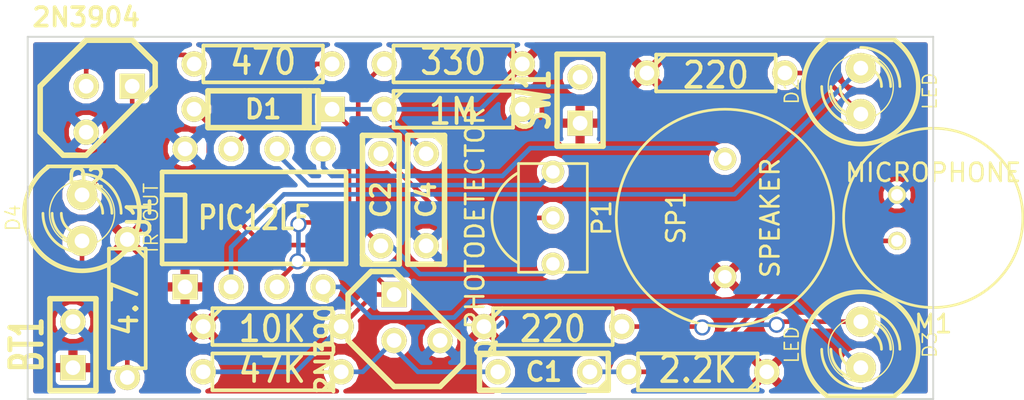
<source format=kicad_pcb>
(kicad_pcb (version 3) (host pcbnew "(2013-07-07 BZR 4022)-stable")

  (general
    (links 39)
    (no_connects 0)
    (area 179.51055 144.0564 236.884555 167.357511)
    (thickness 1.6)
    (drawings 4)
    (tracks 88)
    (zones 0)
    (modules 24)
    (nets 19)
  )

  (page A3)
  (layers
    (15 F.Cu signal)
    (0 B.Cu signal)
    (16 B.Adhes user)
    (17 F.Adhes user)
    (18 B.Paste user)
    (19 F.Paste user)
    (20 B.SilkS user)
    (21 F.SilkS user)
    (22 B.Mask user)
    (23 F.Mask user)
    (24 Dwgs.User user)
    (25 Cmts.User user)
    (26 Eco1.User user)
    (27 Eco2.User user)
    (28 Edge.Cuts user)
  )

  (setup
    (last_trace_width 0.254)
    (trace_clearance 0.254)
    (zone_clearance 0.254)
    (zone_45_only no)
    (trace_min 0.254)
    (segment_width 0.2)
    (edge_width 0.1)
    (via_size 0.889)
    (via_drill 0.635)
    (via_min_size 0.889)
    (via_min_drill 0.508)
    (uvia_size 0.508)
    (uvia_drill 0.127)
    (uvias_allowed no)
    (uvia_min_size 0.508)
    (uvia_min_drill 0.127)
    (pcb_text_width 0.3)
    (pcb_text_size 1.5 1.5)
    (mod_edge_width 0.15)
    (mod_text_size 1 1)
    (mod_text_width 0.15)
    (pad_size 1.25 1.25)
    (pad_drill 0.75)
    (pad_to_mask_clearance 0)
    (aux_axis_origin 0 0)
    (visible_elements 7FFFFFFF)
    (pcbplotparams
      (layerselection 3178497)
      (usegerberextensions true)
      (excludeedgelayer true)
      (linewidth 0.150000)
      (plotframeref false)
      (viasonmask false)
      (mode 1)
      (useauxorigin false)
      (hpglpennumber 1)
      (hpglpenspeed 20)
      (hpglpendiameter 15)
      (hpglpenoverlay 2)
      (psnegative false)
      (psa4output false)
      (plotreference true)
      (plotvalue true)
      (plotothertext true)
      (plotinvisibletext false)
      (padsonsilk false)
      (subtractmaskfromsilk false)
      (outputformat 1)
      (mirror false)
      (drillshape 1)
      (scaleselection 1)
      (outputdirectory ""))
  )

  (net 0 "")
  (net 1 /IR_IN)
  (net 2 /MIC_IN)
  (net 3 /SPEAKER)
  (net 4 GND)
  (net 5 N-000001)
  (net 6 N-0000010)
  (net 7 N-0000011)
  (net 8 N-0000012)
  (net 9 N-0000013)
  (net 10 N-0000014)
  (net 11 N-0000015)
  (net 12 N-000002)
  (net 13 N-000003)
  (net 14 N-000004)
  (net 15 N-000006)
  (net 16 N-000007)
  (net 17 N-000009)
  (net 18 VDD)

  (net_class Default "This is the default net class."
    (clearance 0.254)
    (trace_width 0.254)
    (via_dia 0.889)
    (via_drill 0.635)
    (uvia_dia 0.508)
    (uvia_drill 0.127)
    (add_net "")
    (add_net /IR_IN)
    (add_net /MIC_IN)
    (add_net /SPEAKER)
    (add_net GND)
    (add_net N-000001)
    (add_net N-0000010)
    (add_net N-0000011)
    (add_net N-0000012)
    (add_net N-0000013)
    (add_net N-0000014)
    (add_net N-0000015)
    (add_net N-000002)
    (add_net N-000003)
    (add_net N-000004)
    (add_net N-000006)
    (add_net N-000007)
    (add_net N-000009)
    (add_net VDD)
  )

  (module TSOP34838 (layer F.Cu) (tedit 53D55EC6) (tstamp 53D63709)
    (at 210 156 270)
    (path /53D5376D)
    (fp_text reference P1 (at 0 -2.7 270) (layer F.SilkS)
      (effects (font (size 1 1) (thickness 0.15)))
    )
    (fp_text value PHOTODETECTOR (at 0 4.3 270) (layer F.SilkS)
      (effects (font (size 1 1) (thickness 0.15)))
    )
    (fp_arc (start 0 0.5) (end 2.5 1.9) (angle 120) (layer F.SilkS) (width 0.15))
    (fp_line (start 3 -1.9) (end 3 1.9) (layer F.SilkS) (width 0.15))
    (fp_line (start 3 1.9) (end -3 1.9) (layer F.SilkS) (width 0.15))
    (fp_line (start -3 1.9) (end -3 -1.9) (layer F.SilkS) (width 0.15))
    (fp_line (start -3 -1.9) (end 3 -1.9) (layer F.SilkS) (width 0.15))
    (pad 1 thru_hole circle (at -2.54 0 270) (size 1.25 1.25) (drill 0.75)
      (layers *.Cu *.Mask F.SilkS)
      (net 1 /IR_IN)
    )
    (pad 2 thru_hole circle (at 0 0 270) (size 1.25 1.25) (drill 0.75)
      (layers *.Cu *.Mask F.SilkS)
      (net 9 N-0000013)
    )
    (pad 3 thru_hole circle (at 2.54 0 270) (size 1.25 1.25) (drill 0.75)
      (layers *.Cu *.Mask F.SilkS)
      (net 8 N-0000012)
    )
  )

  (module TO92-123 (layer F.Cu) (tedit 4C5F51CE) (tstamp 53D63718)
    (at 202.5 161.5 90)
    (descr "Transistor TO92 brochage type BC237")
    (tags "TR TO92")
    (path /53D52FCA)
    (fp_text reference Q1 (at -1.27 3.81 90) (layer F.SilkS)
      (effects (font (size 1.016 1.016) (thickness 0.2032)))
    )
    (fp_text value 2N3904 (at -1.27 -5.08 90) (layer F.SilkS)
      (effects (font (size 1.016 1.016) (thickness 0.2032)))
    )
    (fp_line (start -1.27 2.54) (end 2.54 -1.27) (layer F.SilkS) (width 0.3048))
    (fp_line (start 2.54 -1.27) (end 2.54 -2.54) (layer F.SilkS) (width 0.3048))
    (fp_line (start 2.54 -2.54) (end 1.27 -3.81) (layer F.SilkS) (width 0.3048))
    (fp_line (start 1.27 -3.81) (end -1.27 -3.81) (layer F.SilkS) (width 0.3048))
    (fp_line (start -1.27 -3.81) (end -3.81 -1.27) (layer F.SilkS) (width 0.3048))
    (fp_line (start -3.81 -1.27) (end -3.81 1.27) (layer F.SilkS) (width 0.3048))
    (fp_line (start -3.81 1.27) (end -2.54 2.54) (layer F.SilkS) (width 0.3048))
    (fp_line (start -2.54 2.54) (end -1.27 2.54) (layer F.SilkS) (width 0.3048))
    (pad 3 thru_hole rect (at 1.27 -1.27 90) (size 1.397 1.397) (drill 0.8128)
      (layers *.Cu *.Mask F.SilkS)
      (net 7 N-0000011)
    )
    (pad 2 thru_hole circle (at -1.27 -1.27 90) (size 1.397 1.397) (drill 0.8128)
      (layers *.Cu *.Mask F.SilkS)
      (net 15 N-000006)
    )
    (pad 1 thru_hole circle (at -1.27 1.27 90) (size 1.397 1.397) (drill 0.8128)
      (layers *.Cu *.Mask F.SilkS)
      (net 4 GND)
    )
    (model discret/to98.wrl
      (at (xyz 0 0 0))
      (scale (xyz 1 1 1))
      (rotate (xyz 0 0 0))
    )
  )

  (module SIL-2 (layer F.Cu) (tedit 200000) (tstamp 53D63722)
    (at 211.5 149.5 90)
    (descr "Connecteurs 2 pins")
    (tags "CONN DEV")
    (path /53D548CF)
    (fp_text reference SW1 (at 0 -2.54 90) (layer F.SilkS)
      (effects (font (size 1.72974 1.08712) (thickness 0.3048)))
    )
    (fp_text value SW_PUSH (at 0 -2.54 90) (layer F.SilkS) hide
      (effects (font (size 1.524 1.016) (thickness 0.3048)))
    )
    (fp_line (start -2.54 1.27) (end -2.54 -1.27) (layer F.SilkS) (width 0.3048))
    (fp_line (start -2.54 -1.27) (end 2.54 -1.27) (layer F.SilkS) (width 0.3048))
    (fp_line (start 2.54 -1.27) (end 2.54 1.27) (layer F.SilkS) (width 0.3048))
    (fp_line (start 2.54 1.27) (end -2.54 1.27) (layer F.SilkS) (width 0.3048))
    (pad 1 thru_hole rect (at -1.27 0 90) (size 1.397 1.397) (drill 0.8128)
      (layers *.Cu *.Mask F.SilkS)
      (net 18 VDD)
    )
    (pad 2 thru_hole circle (at 1.27 0 90) (size 1.397 1.397) (drill 0.8128)
      (layers *.Cu *.Mask F.SilkS)
      (net 2 /MIC_IN)
    )
  )

  (module SIL-2 (layer F.Cu) (tedit 200000) (tstamp 53D6372C)
    (at 183.5 163 90)
    (descr "Connecteurs 2 pins")
    (tags "CONN DEV")
    (path /53D54000)
    (fp_text reference BT1 (at 0 -2.54 90) (layer F.SilkS)
      (effects (font (size 1.72974 1.08712) (thickness 0.3048)))
    )
    (fp_text value BATTERY (at 0 -2.54 90) (layer F.SilkS) hide
      (effects (font (size 1.524 1.016) (thickness 0.3048)))
    )
    (fp_line (start -2.54 1.27) (end -2.54 -1.27) (layer F.SilkS) (width 0.3048))
    (fp_line (start -2.54 -1.27) (end 2.54 -1.27) (layer F.SilkS) (width 0.3048))
    (fp_line (start 2.54 -1.27) (end 2.54 1.27) (layer F.SilkS) (width 0.3048))
    (fp_line (start 2.54 1.27) (end -2.54 1.27) (layer F.SilkS) (width 0.3048))
    (pad 1 thru_hole rect (at -1.27 0 90) (size 1.397 1.397) (drill 0.8128)
      (layers *.Cu *.Mask F.SilkS)
      (net 18 VDD)
    )
    (pad 2 thru_hole circle (at 1.27 0 90) (size 1.397 1.397) (drill 0.8128)
      (layers *.Cu *.Mask F.SilkS)
      (net 4 GND)
    )
  )

  (module R3 (layer F.Cu) (tedit 4E4C0E65) (tstamp 53D6373A)
    (at 204.5 150)
    (descr "Resitance 3 pas")
    (tags R)
    (path /53D54A39)
    (autoplace_cost180 10)
    (fp_text reference R5 (at 0 0.127) (layer F.SilkS) hide
      (effects (font (size 1.397 1.27) (thickness 0.2032)))
    )
    (fp_text value 1M (at 0 0.127) (layer F.SilkS)
      (effects (font (size 1.397 1.27) (thickness 0.2032)))
    )
    (fp_line (start -3.81 0) (end -3.302 0) (layer F.SilkS) (width 0.2032))
    (fp_line (start 3.81 0) (end 3.302 0) (layer F.SilkS) (width 0.2032))
    (fp_line (start 3.302 0) (end 3.302 -1.016) (layer F.SilkS) (width 0.2032))
    (fp_line (start 3.302 -1.016) (end -3.302 -1.016) (layer F.SilkS) (width 0.2032))
    (fp_line (start -3.302 -1.016) (end -3.302 1.016) (layer F.SilkS) (width 0.2032))
    (fp_line (start -3.302 1.016) (end 3.302 1.016) (layer F.SilkS) (width 0.2032))
    (fp_line (start 3.302 1.016) (end 3.302 0) (layer F.SilkS) (width 0.2032))
    (fp_line (start -3.302 -0.508) (end -2.794 -1.016) (layer F.SilkS) (width 0.2032))
    (pad 1 thru_hole circle (at -3.81 0) (size 1.397 1.397) (drill 0.8128)
      (layers *.Cu *.Mask F.SilkS)
      (net 2 /MIC_IN)
    )
    (pad 2 thru_hole circle (at 3.81 0) (size 1.397 1.397) (drill 0.8128)
      (layers *.Cu *.Mask F.SilkS)
      (net 4 GND)
    )
    (model discret/resistor.wrl
      (at (xyz 0 0 0))
      (scale (xyz 0.3 0.3 0.3))
      (rotate (xyz 0 0 0))
    )
  )

  (module R3 (layer F.Cu) (tedit 4E4C0E65) (tstamp 53D63748)
    (at 218 164.5 180)
    (descr "Resitance 3 pas")
    (tags R)
    (path /53D52F5A)
    (autoplace_cost180 10)
    (fp_text reference R1 (at 0 0.127 180) (layer F.SilkS) hide
      (effects (font (size 1.397 1.27) (thickness 0.2032)))
    )
    (fp_text value 2.2K (at 0 0.127 180) (layer F.SilkS)
      (effects (font (size 1.397 1.27) (thickness 0.2032)))
    )
    (fp_line (start -3.81 0) (end -3.302 0) (layer F.SilkS) (width 0.2032))
    (fp_line (start 3.81 0) (end 3.302 0) (layer F.SilkS) (width 0.2032))
    (fp_line (start 3.302 0) (end 3.302 -1.016) (layer F.SilkS) (width 0.2032))
    (fp_line (start 3.302 -1.016) (end -3.302 -1.016) (layer F.SilkS) (width 0.2032))
    (fp_line (start -3.302 -1.016) (end -3.302 1.016) (layer F.SilkS) (width 0.2032))
    (fp_line (start -3.302 1.016) (end 3.302 1.016) (layer F.SilkS) (width 0.2032))
    (fp_line (start 3.302 1.016) (end 3.302 0) (layer F.SilkS) (width 0.2032))
    (fp_line (start -3.302 -0.508) (end -2.794 -1.016) (layer F.SilkS) (width 0.2032))
    (pad 1 thru_hole circle (at -3.81 0 180) (size 1.397 1.397) (drill 0.8128)
      (layers *.Cu *.Mask F.SilkS)
      (net 18 VDD)
    )
    (pad 2 thru_hole circle (at 3.81 0 180) (size 1.397 1.397) (drill 0.8128)
      (layers *.Cu *.Mask F.SilkS)
      (net 14 N-000004)
    )
    (model discret/resistor.wrl
      (at (xyz 0 0 0))
      (scale (xyz 0.3 0.3 0.3))
      (rotate (xyz 0 0 0))
    )
  )

  (module R3 (layer F.Cu) (tedit 4E4C0E65) (tstamp 53D63756)
    (at 194.5 162)
    (descr "Resitance 3 pas")
    (tags R)
    (path /53D52FD9)
    (autoplace_cost180 10)
    (fp_text reference R4 (at 0 0.127) (layer F.SilkS) hide
      (effects (font (size 1.397 1.27) (thickness 0.2032)))
    )
    (fp_text value 10K (at 0 0.127) (layer F.SilkS)
      (effects (font (size 1.397 1.27) (thickness 0.2032)))
    )
    (fp_line (start -3.81 0) (end -3.302 0) (layer F.SilkS) (width 0.2032))
    (fp_line (start 3.81 0) (end 3.302 0) (layer F.SilkS) (width 0.2032))
    (fp_line (start 3.302 0) (end 3.302 -1.016) (layer F.SilkS) (width 0.2032))
    (fp_line (start 3.302 -1.016) (end -3.302 -1.016) (layer F.SilkS) (width 0.2032))
    (fp_line (start -3.302 -1.016) (end -3.302 1.016) (layer F.SilkS) (width 0.2032))
    (fp_line (start -3.302 1.016) (end 3.302 1.016) (layer F.SilkS) (width 0.2032))
    (fp_line (start 3.302 1.016) (end 3.302 0) (layer F.SilkS) (width 0.2032))
    (fp_line (start -3.302 -0.508) (end -2.794 -1.016) (layer F.SilkS) (width 0.2032))
    (pad 1 thru_hole circle (at -3.81 0) (size 1.397 1.397) (drill 0.8128)
      (layers *.Cu *.Mask F.SilkS)
      (net 18 VDD)
    )
    (pad 2 thru_hole circle (at 3.81 0) (size 1.397 1.397) (drill 0.8128)
      (layers *.Cu *.Mask F.SilkS)
      (net 7 N-0000011)
    )
    (model discret/resistor.wrl
      (at (xyz 0 0 0))
      (scale (xyz 0.3 0.3 0.3))
      (rotate (xyz 0 0 0))
    )
  )

  (module R3 (layer F.Cu) (tedit 4E4C0E65) (tstamp 53D63764)
    (at 194.5 164.5 180)
    (descr "Resitance 3 pas")
    (tags R)
    (path /53D52FE8)
    (autoplace_cost180 10)
    (fp_text reference R3 (at 0 0.127 180) (layer F.SilkS) hide
      (effects (font (size 1.397 1.27) (thickness 0.2032)))
    )
    (fp_text value 47K (at 0 0.127 180) (layer F.SilkS)
      (effects (font (size 1.397 1.27) (thickness 0.2032)))
    )
    (fp_line (start -3.81 0) (end -3.302 0) (layer F.SilkS) (width 0.2032))
    (fp_line (start 3.81 0) (end 3.302 0) (layer F.SilkS) (width 0.2032))
    (fp_line (start 3.302 0) (end 3.302 -1.016) (layer F.SilkS) (width 0.2032))
    (fp_line (start 3.302 -1.016) (end -3.302 -1.016) (layer F.SilkS) (width 0.2032))
    (fp_line (start -3.302 -1.016) (end -3.302 1.016) (layer F.SilkS) (width 0.2032))
    (fp_line (start -3.302 1.016) (end 3.302 1.016) (layer F.SilkS) (width 0.2032))
    (fp_line (start 3.302 1.016) (end 3.302 0) (layer F.SilkS) (width 0.2032))
    (fp_line (start -3.302 -0.508) (end -2.794 -1.016) (layer F.SilkS) (width 0.2032))
    (pad 1 thru_hole circle (at -3.81 0 180) (size 1.397 1.397) (drill 0.8128)
      (layers *.Cu *.Mask F.SilkS)
      (net 15 N-000006)
    )
    (pad 2 thru_hole circle (at 3.81 0 180) (size 1.397 1.397) (drill 0.8128)
      (layers *.Cu *.Mask F.SilkS)
      (net 7 N-0000011)
    )
    (model discret/resistor.wrl
      (at (xyz 0 0 0))
      (scale (xyz 0.3 0.3 0.3))
      (rotate (xyz 0 0 0))
    )
  )

  (module R3 (layer F.Cu) (tedit 4E4C0E65) (tstamp 53D63772)
    (at 204.5 147.5 180)
    (descr "Resitance 3 pas")
    (tags R)
    (path /53D53896)
    (autoplace_cost180 10)
    (fp_text reference R2 (at 0 0.127 180) (layer F.SilkS) hide
      (effects (font (size 1.397 1.27) (thickness 0.2032)))
    )
    (fp_text value 330 (at 0 0.127 180) (layer F.SilkS)
      (effects (font (size 1.397 1.27) (thickness 0.2032)))
    )
    (fp_line (start -3.81 0) (end -3.302 0) (layer F.SilkS) (width 0.2032))
    (fp_line (start 3.81 0) (end 3.302 0) (layer F.SilkS) (width 0.2032))
    (fp_line (start 3.302 0) (end 3.302 -1.016) (layer F.SilkS) (width 0.2032))
    (fp_line (start 3.302 -1.016) (end -3.302 -1.016) (layer F.SilkS) (width 0.2032))
    (fp_line (start -3.302 -1.016) (end -3.302 1.016) (layer F.SilkS) (width 0.2032))
    (fp_line (start -3.302 1.016) (end 3.302 1.016) (layer F.SilkS) (width 0.2032))
    (fp_line (start 3.302 1.016) (end 3.302 0) (layer F.SilkS) (width 0.2032))
    (fp_line (start -3.302 -0.508) (end -2.794 -1.016) (layer F.SilkS) (width 0.2032))
    (pad 1 thru_hole circle (at -3.81 0 180) (size 1.397 1.397) (drill 0.8128)
      (layers *.Cu *.Mask F.SilkS)
      (net 18 VDD)
    )
    (pad 2 thru_hole circle (at 3.81 0 180) (size 1.397 1.397) (drill 0.8128)
      (layers *.Cu *.Mask F.SilkS)
      (net 8 N-0000012)
    )
    (model discret/resistor.wrl
      (at (xyz 0 0 0))
      (scale (xyz 0.3 0.3 0.3))
      (rotate (xyz 0 0 0))
    )
  )

  (module LED-5MM (layer F.Cu) (tedit 50ADE86B) (tstamp 53D63781)
    (at 227 163 270)
    (descr "LED 5mm - Lead pitch 100mil (2,54mm)")
    (tags "LED led 5mm 5MM 100mil 2,54mm")
    (path /53D53DF9)
    (fp_text reference D3 (at 0 -3.81 270) (layer F.SilkS)
      (effects (font (size 0.762 0.762) (thickness 0.0889)))
    )
    (fp_text value LED (at 0 3.81 270) (layer F.SilkS)
      (effects (font (size 0.762 0.762) (thickness 0.0889)))
    )
    (fp_line (start 2.8448 1.905) (end 2.8448 -1.905) (layer F.SilkS) (width 0.2032))
    (fp_circle (center 0.254 0) (end -1.016 1.27) (layer F.SilkS) (width 0.0762))
    (fp_arc (start 0.254 0) (end 2.794 1.905) (angle 286.2) (layer F.SilkS) (width 0.254))
    (fp_arc (start 0.254 0) (end -0.889 0) (angle 90) (layer F.SilkS) (width 0.1524))
    (fp_arc (start 0.254 0) (end 1.397 0) (angle 90) (layer F.SilkS) (width 0.1524))
    (fp_arc (start 0.254 0) (end -1.397 0) (angle 90) (layer F.SilkS) (width 0.1524))
    (fp_arc (start 0.254 0) (end 1.905 0) (angle 90) (layer F.SilkS) (width 0.1524))
    (fp_arc (start 0.254 0) (end -1.905 0) (angle 90) (layer F.SilkS) (width 0.1524))
    (fp_arc (start 0.254 0) (end 2.413 0) (angle 90) (layer F.SilkS) (width 0.1524))
    (pad 1 thru_hole circle (at -1.27 0 270) (size 1.6764 1.6764) (drill 0.8128)
      (layers *.Cu *.Mask F.SilkS)
      (net 12 N-000002)
    )
    (pad 2 thru_hole circle (at 1.27 0 270) (size 1.6764 1.6764) (drill 0.8128)
      (layers *.Cu *.Mask F.SilkS)
      (net 11 N-0000015)
    )
    (model discret/leds/led5_vertical_verde.wrl
      (at (xyz 0 0 0))
      (scale (xyz 1 1 1))
      (rotate (xyz 0 0 0))
    )
  )

  (module LED-5MM (layer F.Cu) (tedit 50ADE86B) (tstamp 53D63790)
    (at 184 156 90)
    (descr "LED 5mm - Lead pitch 100mil (2,54mm)")
    (tags "LED led 5mm 5MM 100mil 2,54mm")
    (path /53D53960)
    (fp_text reference D4 (at 0 -3.81 90) (layer F.SilkS)
      (effects (font (size 0.762 0.762) (thickness 0.0889)))
    )
    (fp_text value "IR OUT" (at 0 3.81 90) (layer F.SilkS)
      (effects (font (size 0.762 0.762) (thickness 0.0889)))
    )
    (fp_line (start 2.8448 1.905) (end 2.8448 -1.905) (layer F.SilkS) (width 0.2032))
    (fp_circle (center 0.254 0) (end -1.016 1.27) (layer F.SilkS) (width 0.0762))
    (fp_arc (start 0.254 0) (end 2.794 1.905) (angle 286.2) (layer F.SilkS) (width 0.254))
    (fp_arc (start 0.254 0) (end -0.889 0) (angle 90) (layer F.SilkS) (width 0.1524))
    (fp_arc (start 0.254 0) (end 1.397 0) (angle 90) (layer F.SilkS) (width 0.1524))
    (fp_arc (start 0.254 0) (end -1.397 0) (angle 90) (layer F.SilkS) (width 0.1524))
    (fp_arc (start 0.254 0) (end 1.905 0) (angle 90) (layer F.SilkS) (width 0.1524))
    (fp_arc (start 0.254 0) (end -1.905 0) (angle 90) (layer F.SilkS) (width 0.1524))
    (fp_arc (start 0.254 0) (end 2.413 0) (angle 90) (layer F.SilkS) (width 0.1524))
    (pad 1 thru_hole circle (at -1.27 0 90) (size 1.6764 1.6764) (drill 0.8128)
      (layers *.Cu *.Mask F.SilkS)
      (net 17 N-000009)
    )
    (pad 2 thru_hole circle (at 1.27 0 90) (size 1.6764 1.6764) (drill 0.8128)
      (layers *.Cu *.Mask F.SilkS)
      (net 16 N-000007)
    )
    (model discret/leds/led5_vertical_verde.wrl
      (at (xyz 0 0 0))
      (scale (xyz 1 1 1))
      (rotate (xyz 0 0 0))
    )
  )

  (module LED-5MM (layer F.Cu) (tedit 50ADE86B) (tstamp 53D6379F)
    (at 227 149 90)
    (descr "LED 5mm - Lead pitch 100mil (2,54mm)")
    (tags "LED led 5mm 5MM 100mil 2,54mm")
    (path /53D53DD8)
    (fp_text reference D2 (at 0 -3.81 90) (layer F.SilkS)
      (effects (font (size 0.762 0.762) (thickness 0.0889)))
    )
    (fp_text value LED (at 0 3.81 90) (layer F.SilkS)
      (effects (font (size 0.762 0.762) (thickness 0.0889)))
    )
    (fp_line (start 2.8448 1.905) (end 2.8448 -1.905) (layer F.SilkS) (width 0.2032))
    (fp_circle (center 0.254 0) (end -1.016 1.27) (layer F.SilkS) (width 0.0762))
    (fp_arc (start 0.254 0) (end 2.794 1.905) (angle 286.2) (layer F.SilkS) (width 0.254))
    (fp_arc (start 0.254 0) (end -0.889 0) (angle 90) (layer F.SilkS) (width 0.1524))
    (fp_arc (start 0.254 0) (end 1.397 0) (angle 90) (layer F.SilkS) (width 0.1524))
    (fp_arc (start 0.254 0) (end -1.397 0) (angle 90) (layer F.SilkS) (width 0.1524))
    (fp_arc (start 0.254 0) (end 1.905 0) (angle 90) (layer F.SilkS) (width 0.1524))
    (fp_arc (start 0.254 0) (end -1.905 0) (angle 90) (layer F.SilkS) (width 0.1524))
    (fp_arc (start 0.254 0) (end 2.413 0) (angle 90) (layer F.SilkS) (width 0.1524))
    (pad 1 thru_hole circle (at -1.27 0 90) (size 1.6764 1.6764) (drill 0.8128)
      (layers *.Cu *.Mask F.SilkS)
      (net 5 N-000001)
    )
    (pad 2 thru_hole circle (at 1.27 0 90) (size 1.6764 1.6764) (drill 0.8128)
      (layers *.Cu *.Mask F.SilkS)
      (net 10 N-0000014)
    )
    (model discret/leds/led5_vertical_verde.wrl
      (at (xyz 0 0 0))
      (scale (xyz 1 1 1))
      (rotate (xyz 0 0 0))
    )
  )

  (module GT-111P (layer F.Cu) (tedit 53D55B3E) (tstamp 53D637A6)
    (at 219.5 156 90)
    (path /53D52F16)
    (fp_text reference SP1 (at 0 -2.7 90) (layer F.SilkS)
      (effects (font (size 1 1) (thickness 0.15)))
    )
    (fp_text value SPEAKER (at 0 2.5 90) (layer F.SilkS)
      (effects (font (size 1 1) (thickness 0.15)))
    )
    (fp_circle (center 0 0) (end 6 0) (layer F.SilkS) (width 0.15))
    (pad 1 thru_hole circle (at -3.25 0 90) (size 1.25 1.25) (drill 0.75)
      (layers *.Cu *.Mask F.SilkS)
      (net 18 VDD)
    )
    (pad 2 thru_hole circle (at 3.25 0 90) (size 1.25 1.25) (drill 0.75)
      (layers *.Cu *.Mask F.SilkS)
      (net 3 /SPEAKER)
    )
  )

  (module DIP-8__300 (layer F.Cu) (tedit 43A7F843) (tstamp 53D637B9)
    (at 193.5 156)
    (descr "8 pins DIL package, round pads")
    (tags DIL)
    (path /53D52C66)
    (fp_text reference U1 (at -6.35 0 90) (layer F.SilkS)
      (effects (font (size 1.27 1.143) (thickness 0.2032)))
    )
    (fp_text value PIC12LF (at 0 0) (layer F.SilkS)
      (effects (font (size 1.27 1.016) (thickness 0.2032)))
    )
    (fp_line (start -5.08 -1.27) (end -3.81 -1.27) (layer F.SilkS) (width 0.254))
    (fp_line (start -3.81 -1.27) (end -3.81 1.27) (layer F.SilkS) (width 0.254))
    (fp_line (start -3.81 1.27) (end -5.08 1.27) (layer F.SilkS) (width 0.254))
    (fp_line (start -5.08 -2.54) (end 5.08 -2.54) (layer F.SilkS) (width 0.254))
    (fp_line (start 5.08 -2.54) (end 5.08 2.54) (layer F.SilkS) (width 0.254))
    (fp_line (start 5.08 2.54) (end -5.08 2.54) (layer F.SilkS) (width 0.254))
    (fp_line (start -5.08 2.54) (end -5.08 -2.54) (layer F.SilkS) (width 0.254))
    (pad 1 thru_hole rect (at -3.81 3.81) (size 1.397 1.397) (drill 0.8128)
      (layers *.Cu *.Mask F.SilkS)
      (net 18 VDD)
    )
    (pad 2 thru_hole circle (at -1.27 3.81) (size 1.397 1.397) (drill 0.8128)
      (layers *.Cu *.Mask F.SilkS)
      (net 10 N-0000014)
    )
    (pad 3 thru_hole circle (at 1.27 3.81) (size 1.397 1.397) (drill 0.8128)
      (layers *.Cu *.Mask F.SilkS)
      (net 2 /MIC_IN)
    )
    (pad 4 thru_hole circle (at 3.81 3.81) (size 1.397 1.397) (drill 0.8128)
      (layers *.Cu *.Mask F.SilkS)
      (net 11 N-0000015)
    )
    (pad 5 thru_hole circle (at 3.81 -3.81) (size 1.397 1.397) (drill 0.8128)
      (layers *.Cu *.Mask F.SilkS)
      (net 3 /SPEAKER)
    )
    (pad 6 thru_hole circle (at 1.27 -3.81) (size 1.397 1.397) (drill 0.8128)
      (layers *.Cu *.Mask F.SilkS)
      (net 1 /IR_IN)
    )
    (pad 7 thru_hole circle (at -1.27 -3.81) (size 1.397 1.397) (drill 0.8128)
      (layers *.Cu *.Mask F.SilkS)
      (net 6 N-0000010)
    )
    (pad 8 thru_hole circle (at -3.81 -3.81) (size 1.397 1.397) (drill 0.8128)
      (layers *.Cu *.Mask F.SilkS)
      (net 4 GND)
    )
    (model dil/dil_8.wrl
      (at (xyz 0 0 0))
      (scale (xyz 1 1 1))
      (rotate (xyz 0 0 0))
    )
  )

  (module D3 (layer F.Cu) (tedit 200000) (tstamp 53D637C9)
    (at 194 150)
    (descr "Diode 3 pas")
    (tags "DIODE DEV")
    (path /53D54A1B)
    (fp_text reference D1 (at 0 0) (layer F.SilkS)
      (effects (font (size 1.016 1.016) (thickness 0.2032)))
    )
    (fp_text value DIODE (at 0 0) (layer F.SilkS) hide
      (effects (font (size 1.016 1.016) (thickness 0.2032)))
    )
    (fp_line (start 3.81 0) (end 3.048 0) (layer F.SilkS) (width 0.3048))
    (fp_line (start 3.048 0) (end 3.048 -1.016) (layer F.SilkS) (width 0.3048))
    (fp_line (start 3.048 -1.016) (end -3.048 -1.016) (layer F.SilkS) (width 0.3048))
    (fp_line (start -3.048 -1.016) (end -3.048 0) (layer F.SilkS) (width 0.3048))
    (fp_line (start -3.048 0) (end -3.81 0) (layer F.SilkS) (width 0.3048))
    (fp_line (start -3.048 0) (end -3.048 1.016) (layer F.SilkS) (width 0.3048))
    (fp_line (start -3.048 1.016) (end 3.048 1.016) (layer F.SilkS) (width 0.3048))
    (fp_line (start 3.048 1.016) (end 3.048 0) (layer F.SilkS) (width 0.3048))
    (fp_line (start 2.54 -1.016) (end 2.54 1.016) (layer F.SilkS) (width 0.3048))
    (fp_line (start 2.286 1.016) (end 2.286 -1.016) (layer F.SilkS) (width 0.3048))
    (pad 2 thru_hole rect (at 3.81 0) (size 1.397 1.397) (drill 0.8128)
      (layers *.Cu *.Mask F.SilkS)
      (net 2 /MIC_IN)
    )
    (pad 1 thru_hole circle (at -3.81 0) (size 1.397 1.397) (drill 0.8128)
      (layers *.Cu *.Mask F.SilkS)
      (net 7 N-0000011)
    )
    (model discret/diode.wrl
      (at (xyz 0 0 0))
      (scale (xyz 0.3 0.3 0.3))
      (rotate (xyz 0 0 0))
    )
  )

  (module CMA-4544PF-W (layer F.Cu) (tedit 53D55CCA) (tstamp 53D6391B)
    (at 231 156 180)
    (path /53D52F41)
    (fp_text reference M1 (at 0 -5.85 180) (layer F.SilkS)
      (effects (font (size 1 1) (thickness 0.15)))
    )
    (fp_text value MICROPHONE (at 0 2.5 180) (layer F.SilkS)
      (effects (font (size 1 1) (thickness 0.15)))
    )
    (fp_circle (center 0 0) (end 4.95 0) (layer F.SilkS) (width 0.15))
    (pad 1 thru_hole circle (at 2 -1.27 180) (size 1 1) (drill 0.65)
      (layers *.Cu *.Mask F.SilkS)
      (net 14 N-000004)
    )
    (pad 2 thru_hole circle (at 2 1.27 180) (size 1 1) (drill 0.65)
      (layers *.Cu *.Mask F.SilkS)
      (net 4 GND)
    )
  )

  (module C2 (layer F.Cu) (tedit 200000) (tstamp 53D637DB)
    (at 200.5 155 90)
    (descr "Condensateur = 2 pas")
    (tags C)
    (path /53D53799)
    (fp_text reference C2 (at 0 0 90) (layer F.SilkS)
      (effects (font (size 1.016 1.016) (thickness 0.2032)))
    )
    (fp_text value 1uF (at 0 0 90) (layer F.SilkS) hide
      (effects (font (size 1.016 1.016) (thickness 0.2032)))
    )
    (fp_line (start -3.556 -1.016) (end 3.556 -1.016) (layer F.SilkS) (width 0.3048))
    (fp_line (start 3.556 -1.016) (end 3.556 1.016) (layer F.SilkS) (width 0.3048))
    (fp_line (start 3.556 1.016) (end -3.556 1.016) (layer F.SilkS) (width 0.3048))
    (fp_line (start -3.556 1.016) (end -3.556 -1.016) (layer F.SilkS) (width 0.3048))
    (fp_line (start -3.556 -0.508) (end -3.048 -1.016) (layer F.SilkS) (width 0.3048))
    (pad 1 thru_hole circle (at -2.54 0 90) (size 1.397 1.397) (drill 0.8128)
      (layers *.Cu *.Mask F.SilkS)
      (net 8 N-0000012)
    )
    (pad 2 thru_hole circle (at 2.54 0 90) (size 1.397 1.397) (drill 0.8128)
      (layers *.Cu *.Mask F.SilkS)
      (net 9 N-0000013)
    )
    (model discret/capa_2pas_5x5mm.wrl
      (at (xyz 0 0 0))
      (scale (xyz 1 1 1))
      (rotate (xyz 0 0 0))
    )
  )

  (module C2 (layer F.Cu) (tedit 200000) (tstamp 53D637F1)
    (at 209.5 164.5 180)
    (descr "Condensateur = 2 pas")
    (tags C)
    (path /53D52FAF)
    (fp_text reference C1 (at 0 0 180) (layer F.SilkS)
      (effects (font (size 1.016 1.016) (thickness 0.2032)))
    )
    (fp_text value 1uF (at 0 0 180) (layer F.SilkS) hide
      (effects (font (size 1.016 1.016) (thickness 0.2032)))
    )
    (fp_line (start -3.556 -1.016) (end 3.556 -1.016) (layer F.SilkS) (width 0.3048))
    (fp_line (start 3.556 -1.016) (end 3.556 1.016) (layer F.SilkS) (width 0.3048))
    (fp_line (start 3.556 1.016) (end -3.556 1.016) (layer F.SilkS) (width 0.3048))
    (fp_line (start -3.556 1.016) (end -3.556 -1.016) (layer F.SilkS) (width 0.3048))
    (fp_line (start -3.556 -0.508) (end -3.048 -1.016) (layer F.SilkS) (width 0.3048))
    (pad 1 thru_hole circle (at -2.54 0 180) (size 1.397 1.397) (drill 0.8128)
      (layers *.Cu *.Mask F.SilkS)
      (net 14 N-000004)
    )
    (pad 2 thru_hole circle (at 2.54 0 180) (size 1.397 1.397) (drill 0.8128)
      (layers *.Cu *.Mask F.SilkS)
      (net 15 N-000006)
    )
    (model discret/capa_2pas_5x5mm.wrl
      (at (xyz 0 0 0))
      (scale (xyz 1 1 1))
      (rotate (xyz 0 0 0))
    )
  )

  (module C2 (layer F.Cu) (tedit 200000) (tstamp 53D637FC)
    (at 203 155 270)
    (descr "Condensateur = 2 pas")
    (tags C)
    (path /53D54A2A)
    (fp_text reference C4 (at 0 0 270) (layer F.SilkS)
      (effects (font (size 1.016 1.016) (thickness 0.2032)))
    )
    (fp_text value 47nF (at 0 0 270) (layer F.SilkS) hide
      (effects (font (size 1.016 1.016) (thickness 0.2032)))
    )
    (fp_line (start -3.556 -1.016) (end 3.556 -1.016) (layer F.SilkS) (width 0.3048))
    (fp_line (start 3.556 -1.016) (end 3.556 1.016) (layer F.SilkS) (width 0.3048))
    (fp_line (start 3.556 1.016) (end -3.556 1.016) (layer F.SilkS) (width 0.3048))
    (fp_line (start -3.556 1.016) (end -3.556 -1.016) (layer F.SilkS) (width 0.3048))
    (fp_line (start -3.556 -0.508) (end -3.048 -1.016) (layer F.SilkS) (width 0.3048))
    (pad 1 thru_hole circle (at -2.54 0 270) (size 1.397 1.397) (drill 0.8128)
      (layers *.Cu *.Mask F.SilkS)
      (net 2 /MIC_IN)
    )
    (pad 2 thru_hole circle (at 2.54 0 270) (size 1.397 1.397) (drill 0.8128)
      (layers *.Cu *.Mask F.SilkS)
      (net 4 GND)
    )
    (model discret/capa_2pas_5x5mm.wrl
      (at (xyz 0 0 0))
      (scale (xyz 1 1 1))
      (rotate (xyz 0 0 0))
    )
  )

  (module TO92-123 (layer F.Cu) (tedit 4C5F51CE) (tstamp 53D5BCF4)
    (at 185.5 150)
    (descr "Transistor TO92 brochage type BC237")
    (tags "TR TO92")
    (path /53D59463)
    (fp_text reference Q2 (at -1.27 3.81) (layer F.SilkS)
      (effects (font (size 1.016 1.016) (thickness 0.2032)))
    )
    (fp_text value 2N3904 (at -1.27 -5.08) (layer F.SilkS)
      (effects (font (size 1.016 1.016) (thickness 0.2032)))
    )
    (fp_line (start -1.27 2.54) (end 2.54 -1.27) (layer F.SilkS) (width 0.3048))
    (fp_line (start 2.54 -1.27) (end 2.54 -2.54) (layer F.SilkS) (width 0.3048))
    (fp_line (start 2.54 -2.54) (end 1.27 -3.81) (layer F.SilkS) (width 0.3048))
    (fp_line (start 1.27 -3.81) (end -1.27 -3.81) (layer F.SilkS) (width 0.3048))
    (fp_line (start -1.27 -3.81) (end -3.81 -1.27) (layer F.SilkS) (width 0.3048))
    (fp_line (start -3.81 -1.27) (end -3.81 1.27) (layer F.SilkS) (width 0.3048))
    (fp_line (start -3.81 1.27) (end -2.54 2.54) (layer F.SilkS) (width 0.3048))
    (fp_line (start -2.54 2.54) (end -1.27 2.54) (layer F.SilkS) (width 0.3048))
    (pad 3 thru_hole rect (at 1.27 -1.27) (size 1.397 1.397) (drill 0.8128)
      (layers *.Cu *.Mask F.SilkS)
      (net 16 N-000007)
    )
    (pad 2 thru_hole circle (at -1.27 -1.27) (size 1.397 1.397) (drill 0.8128)
      (layers *.Cu *.Mask F.SilkS)
      (net 13 N-000003)
    )
    (pad 1 thru_hole circle (at -1.27 1.27) (size 1.397 1.397) (drill 0.8128)
      (layers *.Cu *.Mask F.SilkS)
      (net 4 GND)
    )
    (model discret/to98.wrl
      (at (xyz 0 0 0))
      (scale (xyz 1 1 1))
      (rotate (xyz 0 0 0))
    )
  )

  (module R3 (layer F.Cu) (tedit 4E4C0E65) (tstamp 53D5BD02)
    (at 186.5 161 270)
    (descr "Resitance 3 pas")
    (tags R)
    (path /53D59496)
    (autoplace_cost180 10)
    (fp_text reference R9 (at 0 0.127 270) (layer F.SilkS) hide
      (effects (font (size 1.397 1.27) (thickness 0.2032)))
    )
    (fp_text value 4.7 (at 0 0.127 270) (layer F.SilkS)
      (effects (font (size 1.397 1.27) (thickness 0.2032)))
    )
    (fp_line (start -3.81 0) (end -3.302 0) (layer F.SilkS) (width 0.2032))
    (fp_line (start 3.81 0) (end 3.302 0) (layer F.SilkS) (width 0.2032))
    (fp_line (start 3.302 0) (end 3.302 -1.016) (layer F.SilkS) (width 0.2032))
    (fp_line (start 3.302 -1.016) (end -3.302 -1.016) (layer F.SilkS) (width 0.2032))
    (fp_line (start -3.302 -1.016) (end -3.302 1.016) (layer F.SilkS) (width 0.2032))
    (fp_line (start -3.302 1.016) (end 3.302 1.016) (layer F.SilkS) (width 0.2032))
    (fp_line (start 3.302 1.016) (end 3.302 0) (layer F.SilkS) (width 0.2032))
    (fp_line (start -3.302 -0.508) (end -2.794 -1.016) (layer F.SilkS) (width 0.2032))
    (pad 1 thru_hole circle (at -3.81 0 270) (size 1.397 1.397) (drill 0.8128)
      (layers *.Cu *.Mask F.SilkS)
      (net 18 VDD)
    )
    (pad 2 thru_hole circle (at 3.81 0 270) (size 1.397 1.397) (drill 0.8128)
      (layers *.Cu *.Mask F.SilkS)
      (net 17 N-000009)
    )
    (model discret/resistor.wrl
      (at (xyz 0 0 0))
      (scale (xyz 0.3 0.3 0.3))
      (rotate (xyz 0 0 0))
    )
  )

  (module R3 (layer F.Cu) (tedit 4E4C0E65) (tstamp 53D5BD10)
    (at 194 147.5 180)
    (descr "Resitance 3 pas")
    (tags R)
    (path /53D594A5)
    (autoplace_cost180 10)
    (fp_text reference R8 (at 0 0.127 180) (layer F.SilkS) hide
      (effects (font (size 1.397 1.27) (thickness 0.2032)))
    )
    (fp_text value 470 (at 0 0.127 180) (layer F.SilkS)
      (effects (font (size 1.397 1.27) (thickness 0.2032)))
    )
    (fp_line (start -3.81 0) (end -3.302 0) (layer F.SilkS) (width 0.2032))
    (fp_line (start 3.81 0) (end 3.302 0) (layer F.SilkS) (width 0.2032))
    (fp_line (start 3.302 0) (end 3.302 -1.016) (layer F.SilkS) (width 0.2032))
    (fp_line (start 3.302 -1.016) (end -3.302 -1.016) (layer F.SilkS) (width 0.2032))
    (fp_line (start -3.302 -1.016) (end -3.302 1.016) (layer F.SilkS) (width 0.2032))
    (fp_line (start -3.302 1.016) (end 3.302 1.016) (layer F.SilkS) (width 0.2032))
    (fp_line (start 3.302 1.016) (end 3.302 0) (layer F.SilkS) (width 0.2032))
    (fp_line (start -3.302 -0.508) (end -2.794 -1.016) (layer F.SilkS) (width 0.2032))
    (pad 1 thru_hole circle (at -3.81 0 180) (size 1.397 1.397) (drill 0.8128)
      (layers *.Cu *.Mask F.SilkS)
      (net 6 N-0000010)
    )
    (pad 2 thru_hole circle (at 3.81 0 180) (size 1.397 1.397) (drill 0.8128)
      (layers *.Cu *.Mask F.SilkS)
      (net 13 N-000003)
    )
    (model discret/resistor.wrl
      (at (xyz 0 0 0))
      (scale (xyz 0.3 0.3 0.3))
      (rotate (xyz 0 0 0))
    )
  )

  (module R3 (layer F.Cu) (tedit 4E4C0E65) (tstamp 53D5BD1E)
    (at 219 148)
    (descr "Resitance 3 pas")
    (tags R)
    (path /53D596C1)
    (autoplace_cost180 10)
    (fp_text reference R6 (at 0 0.127) (layer F.SilkS) hide
      (effects (font (size 1.397 1.27) (thickness 0.2032)))
    )
    (fp_text value 220 (at 0 0.127) (layer F.SilkS)
      (effects (font (size 1.397 1.27) (thickness 0.2032)))
    )
    (fp_line (start -3.81 0) (end -3.302 0) (layer F.SilkS) (width 0.2032))
    (fp_line (start 3.81 0) (end 3.302 0) (layer F.SilkS) (width 0.2032))
    (fp_line (start 3.302 0) (end 3.302 -1.016) (layer F.SilkS) (width 0.2032))
    (fp_line (start 3.302 -1.016) (end -3.302 -1.016) (layer F.SilkS) (width 0.2032))
    (fp_line (start -3.302 -1.016) (end -3.302 1.016) (layer F.SilkS) (width 0.2032))
    (fp_line (start -3.302 1.016) (end 3.302 1.016) (layer F.SilkS) (width 0.2032))
    (fp_line (start 3.302 1.016) (end 3.302 0) (layer F.SilkS) (width 0.2032))
    (fp_line (start -3.302 -0.508) (end -2.794 -1.016) (layer F.SilkS) (width 0.2032))
    (pad 1 thru_hole circle (at -3.81 0) (size 1.397 1.397) (drill 0.8128)
      (layers *.Cu *.Mask F.SilkS)
      (net 18 VDD)
    )
    (pad 2 thru_hole circle (at 3.81 0) (size 1.397 1.397) (drill 0.8128)
      (layers *.Cu *.Mask F.SilkS)
      (net 5 N-000001)
    )
    (model discret/resistor.wrl
      (at (xyz 0 0 0))
      (scale (xyz 0.3 0.3 0.3))
      (rotate (xyz 0 0 0))
    )
  )

  (module R3 (layer F.Cu) (tedit 4E4C0E65) (tstamp 53D5BD2C)
    (at 210 162)
    (descr "Resitance 3 pas")
    (tags R)
    (path /53D596DA)
    (autoplace_cost180 10)
    (fp_text reference R7 (at 0 0.127) (layer F.SilkS) hide
      (effects (font (size 1.397 1.27) (thickness 0.2032)))
    )
    (fp_text value 220 (at 0 0.127) (layer F.SilkS)
      (effects (font (size 1.397 1.27) (thickness 0.2032)))
    )
    (fp_line (start -3.81 0) (end -3.302 0) (layer F.SilkS) (width 0.2032))
    (fp_line (start 3.81 0) (end 3.302 0) (layer F.SilkS) (width 0.2032))
    (fp_line (start 3.302 0) (end 3.302 -1.016) (layer F.SilkS) (width 0.2032))
    (fp_line (start 3.302 -1.016) (end -3.302 -1.016) (layer F.SilkS) (width 0.2032))
    (fp_line (start -3.302 -1.016) (end -3.302 1.016) (layer F.SilkS) (width 0.2032))
    (fp_line (start -3.302 1.016) (end 3.302 1.016) (layer F.SilkS) (width 0.2032))
    (fp_line (start 3.302 1.016) (end 3.302 0) (layer F.SilkS) (width 0.2032))
    (fp_line (start -3.302 -0.508) (end -2.794 -1.016) (layer F.SilkS) (width 0.2032))
    (pad 1 thru_hole circle (at -3.81 0) (size 1.397 1.397) (drill 0.8128)
      (layers *.Cu *.Mask F.SilkS)
      (net 18 VDD)
    )
    (pad 2 thru_hole circle (at 3.81 0) (size 1.397 1.397) (drill 0.8128)
      (layers *.Cu *.Mask F.SilkS)
      (net 12 N-000002)
    )
    (model discret/resistor.wrl
      (at (xyz 0 0 0))
      (scale (xyz 0.3 0.3 0.3))
      (rotate (xyz 0 0 0))
    )
  )

  (gr_line (start 181 146) (end 181 166) (angle 90) (layer Edge.Cuts) (width 0.1))
  (gr_line (start 231 146) (end 181 146) (angle 90) (layer Edge.Cuts) (width 0.1))
  (gr_line (start 231 166) (end 231 146) (angle 90) (layer Edge.Cuts) (width 0.1))
  (gr_line (start 181 166) (end 231 166) (angle 90) (layer Edge.Cuts) (width 0.1))

  (segment (start 207.19 161.77) (end 206.96 162) (width 0.254) (layer B.Cu) (net 0) (tstamp 53D63CF6))
  (segment (start 194.77 152.19) (end 194.77 152.461998) (width 0.254) (layer B.Cu) (net 1))
  (segment (start 209.268002 154.191998) (end 210 153.46) (width 0.254) (layer B.Cu) (net 1) (tstamp 53D5C154))
  (segment (start 196.5 154.191998) (end 209.268002 154.191998) (width 0.254) (layer B.Cu) (net 1) (tstamp 53D5C152))
  (segment (start 194.77 152.461998) (end 196.5 154.191998) (width 0.254) (layer B.Cu) (net 1) (tstamp 53D5C151))
  (segment (start 194.77 159.81) (end 194.77 159.53) (width 0.254) (layer F.Cu) (net 2) (status C00000))
  (segment (start 198.741998 150.931998) (end 197.81 150) (width 0.254) (layer F.Cu) (net 2) (tstamp 53D5C20A) (status 800000))
  (segment (start 198.741998 155.4) (end 198.741998 150.931998) (width 0.254) (layer F.Cu) (net 2) (tstamp 53D5C209))
  (segment (start 197.891998 156.25) (end 198.741998 155.4) (width 0.254) (layer F.Cu) (net 2) (tstamp 53D5C208))
  (segment (start 196.05 156.25) (end 197.891998 156.25) (width 0.254) (layer F.Cu) (net 2) (tstamp 53D5C202))
  (segment (start 195.95 156.35) (end 196.05 156.25) (width 0.254) (layer F.Cu) (net 2) (tstamp 53D5C201))
  (via (at 195.95 156.35) (size 0.889) (layers F.Cu B.Cu) (net 2))
  (segment (start 195.95 158.35) (end 195.95 156.35) (width 0.254) (layer B.Cu) (net 2) (tstamp 53D5C1FF))
  (segment (start 195.9 158.4) (end 195.95 158.35) (width 0.254) (layer B.Cu) (net 2) (tstamp 53D5C1FE))
  (via (at 195.9 158.4) (size 0.889) (layers F.Cu B.Cu) (net 2))
  (segment (start 194.77 159.53) (end 195.9 158.4) (width 0.254) (layer F.Cu) (net 2) (tstamp 53D5C1FC) (status 400000))
  (segment (start 198.31 150) (end 200.69 150) (width 0.254) (layer B.Cu) (net 2))
  (segment (start 200.69 150) (end 200.69 150.15) (width 0.254) (layer B.Cu) (net 2))
  (segment (start 200.69 150.15) (end 203 152.46) (width 0.254) (layer B.Cu) (net 2) (tstamp 53D5C182))
  (segment (start 200.69 150) (end 206 150) (width 0.254) (layer B.Cu) (net 2))
  (segment (start 210.98 148.75) (end 211.5 148.23) (width 0.254) (layer B.Cu) (net 2) (tstamp 53D5C17F))
  (segment (start 207.25 148.75) (end 210.98 148.75) (width 0.254) (layer B.Cu) (net 2) (tstamp 53D5C17D))
  (segment (start 206 150) (end 207.25 148.75) (width 0.254) (layer B.Cu) (net 2) (tstamp 53D5C17B))
  (segment (start 197.31 152.19) (end 197.31 153.193996) (width 0.254) (layer B.Cu) (net 3))
  (segment (start 218.9 152.15) (end 219.5 152.75) (width 0.254) (layer B.Cu) (net 3) (tstamp 53D5C15D))
  (segment (start 208.75 152.15) (end 218.9 152.15) (width 0.254) (layer B.Cu) (net 3) (tstamp 53D5C15B))
  (segment (start 207.216004 153.683996) (end 208.75 152.15) (width 0.254) (layer B.Cu) (net 3) (tstamp 53D5C159))
  (segment (start 197.8 153.683996) (end 207.216004 153.683996) (width 0.254) (layer B.Cu) (net 3) (tstamp 53D5C158))
  (segment (start 197.31 153.193996) (end 197.8 153.683996) (width 0.254) (layer B.Cu) (net 3) (tstamp 53D5C157))
  (segment (start 222.81 148) (end 224.73 148) (width 0.254) (layer F.Cu) (net 5))
  (segment (start 224.73 148) (end 227 150.27) (width 0.254) (layer F.Cu) (net 5) (tstamp 53D5C18E))
  (segment (start 192.23 152.19) (end 196.92 147.5) (width 0.254) (layer F.Cu) (net 6) (status 400000))
  (segment (start 196.92 147.5) (end 197.81 147.5) (width 0.254) (layer F.Cu) (net 6) (tstamp 53D5C1E9) (status 800000))
  (segment (start 201.23 160.23) (end 200.08 160.23) (width 0.254) (layer F.Cu) (net 7) (status 400000))
  (segment (start 200.08 160.23) (end 198.31 162) (width 0.254) (layer F.Cu) (net 7) (tstamp 53D5C20D) (status 800000))
  (segment (start 191 151.5) (end 191 150.81) (width 0.254) (layer F.Cu) (net 7))
  (segment (start 191 151.5) (end 191 154.5) (width 0.254) (layer F.Cu) (net 7) (tstamp 53D5C12E))
  (segment (start 191 154.5) (end 194 157.5) (width 0.254) (layer F.Cu) (net 7) (tstamp 53D5C12F))
  (segment (start 194 157.5) (end 198.5 157.5) (width 0.254) (layer F.Cu) (net 7) (tstamp 53D5C131))
  (segment (start 201.23 160.23) (end 198.5 157.5) (width 0.254) (layer F.Cu) (net 7) (tstamp 53D5C133))
  (segment (start 191 150.81) (end 190.19 150) (width 0.254) (layer F.Cu) (net 7) (tstamp 53D5C1F9) (status 800000))
  (segment (start 190.69 164.5) (end 195.81 164.5) (width 0.254) (layer B.Cu) (net 7))
  (segment (start 195.81 164.5) (end 198.31 162) (width 0.254) (layer B.Cu) (net 7) (tstamp 53D5C188))
  (segment (start 200.5 157.54) (end 199.25 156.29) (width 0.254) (layer F.Cu) (net 8) (status 400000))
  (segment (start 199.25 148.94) (end 200.69 147.5) (width 0.254) (layer F.Cu) (net 8) (tstamp 53D5C1F0) (status 800000))
  (segment (start 199.25 156.29) (end 199.25 148.94) (width 0.254) (layer F.Cu) (net 8) (tstamp 53D5C1EE))
  (segment (start 200.5 157.54) (end 201.09 157.54) (width 0.254) (layer B.Cu) (net 8))
  (segment (start 209.44 159.1) (end 210 158.54) (width 0.254) (layer B.Cu) (net 8) (tstamp 53D5C1A6))
  (segment (start 202.65 159.1) (end 209.44 159.1) (width 0.254) (layer B.Cu) (net 8) (tstamp 53D5C1A4))
  (segment (start 201.09 157.54) (end 202.65 159.1) (width 0.254) (layer B.Cu) (net 8) (tstamp 53D5C1A3))
  (segment (start 210 156) (end 204.04 156) (width 0.254) (layer F.Cu) (net 9))
  (segment (start 204.04 156) (end 200.5 152.46) (width 0.254) (layer F.Cu) (net 9) (tstamp 53D5C1AA))
  (segment (start 192.23 159.81) (end 192.23 157.62) (width 0.254) (layer B.Cu) (net 10))
  (segment (start 220.03 154.7) (end 227 147.73) (width 0.254) (layer B.Cu) (net 10) (tstamp 53D5C142))
  (segment (start 195.15 154.7) (end 220.03 154.7) (width 0.254) (layer B.Cu) (net 10) (tstamp 53D5C140))
  (segment (start 192.23 157.62) (end 195.15 154.7) (width 0.254) (layer B.Cu) (net 10) (tstamp 53D5C13E))
  (segment (start 197.31 159.81) (end 198.26 159.81) (width 0.254) (layer B.Cu) (net 11))
  (segment (start 223.33 160.6) (end 227 164.27) (width 0.254) (layer B.Cu) (net 11) (tstamp 53D5C14C))
  (segment (start 205.45 160.6) (end 223.33 160.6) (width 0.254) (layer B.Cu) (net 11) (tstamp 53D5C14B))
  (segment (start 204.55 161.5) (end 205.45 160.6) (width 0.254) (layer B.Cu) (net 11) (tstamp 53D5C149))
  (segment (start 199.95 161.5) (end 204.55 161.5) (width 0.254) (layer B.Cu) (net 11) (tstamp 53D5C147))
  (segment (start 198.26 159.81) (end 199.95 161.5) (width 0.254) (layer B.Cu) (net 11) (tstamp 53D5C146))
  (segment (start 213.81 162) (end 218.2 162) (width 0.254) (layer F.Cu) (net 12))
  (segment (start 222.52 161.73) (end 227 161.73) (width 0.254) (layer F.Cu) (net 12) (tstamp 53D5C19E))
  (segment (start 222.35 161.9) (end 222.52 161.73) (width 0.254) (layer F.Cu) (net 12) (tstamp 53D5C19D))
  (via (at 222.35 161.9) (size 0.889) (layers F.Cu B.Cu) (net 12))
  (segment (start 218.4 161.9) (end 222.35 161.9) (width 0.254) (layer B.Cu) (net 12) (tstamp 53D5C19B))
  (segment (start 218.25 162.05) (end 218.4 161.9) (width 0.254) (layer B.Cu) (net 12) (tstamp 53D5C19A))
  (via (at 218.25 162.05) (size 0.889) (layers F.Cu B.Cu) (net 12))
  (segment (start 218.2 162) (end 218.25 162.05) (width 0.254) (layer F.Cu) (net 12) (tstamp 53D5C198))
  (segment (start 185 147) (end 189.69 147) (width 0.254) (layer F.Cu) (net 13))
  (segment (start 184.23 147.77) (end 185 147) (width 0.254) (layer F.Cu) (net 13) (tstamp 53D5C119))
  (segment (start 184.23 148.73) (end 184.23 147.77) (width 0.254) (layer F.Cu) (net 13))
  (segment (start 189.69 147) (end 190.19 147.5) (width 0.254) (layer F.Cu) (net 13) (tstamp 53D5C1E6) (status 800000))
  (segment (start 214.19 164.5) (end 217.75 164.5) (width 0.254) (layer F.Cu) (net 14))
  (segment (start 224.98 157.27) (end 229 157.27) (width 0.254) (layer F.Cu) (net 14) (tstamp 53D5C194))
  (segment (start 217.75 164.5) (end 224.98 157.27) (width 0.254) (layer F.Cu) (net 14) (tstamp 53D5C192))
  (segment (start 212.04 164.5) (end 214.19 164.5) (width 0.254) (layer B.Cu) (net 14))
  (segment (start 201.23 162.77) (end 201.23 163.18) (width 0.254) (layer B.Cu) (net 15))
  (segment (start 202.55 164.5) (end 206.96 164.5) (width 0.254) (layer B.Cu) (net 15) (tstamp 53D5C16C))
  (segment (start 201.23 163.18) (end 202.55 164.5) (width 0.254) (layer B.Cu) (net 15) (tstamp 53D5C16B))
  (segment (start 198.31 164.5) (end 199.5 164.5) (width 0.254) (layer B.Cu) (net 15))
  (segment (start 199.5 164.5) (end 201.23 162.77) (width 0.254) (layer B.Cu) (net 15) (tstamp 53D5C167))
  (segment (start 186.77 148.73) (end 186.77 151.96) (width 0.254) (layer F.Cu) (net 16))
  (segment (start 186.77 151.96) (end 184 154.73) (width 0.254) (layer F.Cu) (net 16) (tstamp 53D5C11E))
  (segment (start 184 157.27) (end 184 159) (width 0.254) (layer F.Cu) (net 17))
  (segment (start 186.5 161.5) (end 186.5 164.81) (width 0.254) (layer F.Cu) (net 17) (tstamp 53D5C124))
  (segment (start 184 159) (end 186.5 161.5) (width 0.254) (layer F.Cu) (net 17) (tstamp 53D5C122))

  (zone (net 4) (net_name GND) (layer B.Cu) (tstamp 53D63ADF) (hatch edge 0.508)
    (connect_pads (clearance 0.254))
    (min_thickness 0.254)
    (fill (arc_segments 16) (thermal_gap 0.508) (thermal_bridge_width 0.508))
    (polygon
      (pts
        (xy 231 166) (xy 181 166) (xy 181 146) (xy 231 146)
      )
    )
    (filled_polygon
      (pts
        (xy 230.569 165.569) (xy 230.148111 165.569) (xy 230.148111 154.875029) (xy 230.116216 154.424626) (xy 230.005216 154.156648)
        (xy 229.790103 154.119502) (xy 229.610498 154.299107) (xy 229.610498 153.939897) (xy 229.573352 153.724784) (xy 229.145029 153.581889)
        (xy 228.694626 153.613784) (xy 228.426648 153.724784) (xy 228.389502 153.939897) (xy 229 154.550395) (xy 229.610498 153.939897)
        (xy 229.610498 154.299107) (xy 229.179605 154.73) (xy 229.790103 155.340498) (xy 230.005216 155.303352) (xy 230.148111 154.875029)
        (xy 230.148111 165.569) (xy 229.881152 165.569) (xy 229.881152 157.095527) (xy 229.74731 156.771606) (xy 229.610498 156.634554)
        (xy 229.610498 155.520103) (xy 229 154.909605) (xy 228.820395 155.08921) (xy 228.820395 154.73) (xy 228.219411 154.129016)
        (xy 228.219411 150.02855) (xy 228.03419 149.580281) (xy 227.691523 149.237016) (xy 227.243578 149.051013) (xy 226.75855 149.050589)
        (xy 226.310281 149.23581) (xy 225.967016 149.578477) (xy 225.781013 150.026422) (xy 225.780589 150.51145) (xy 225.96581 150.959719)
        (xy 226.308477 151.302984) (xy 226.756422 151.488987) (xy 227.24145 151.489411) (xy 227.689719 151.30419) (xy 228.032984 150.961523)
        (xy 228.218987 150.513578) (xy 228.219411 150.02855) (xy 228.219411 154.129016) (xy 228.209897 154.119502) (xy 227.994784 154.156648)
        (xy 227.851889 154.584971) (xy 227.883784 155.035374) (xy 227.994784 155.303352) (xy 228.209897 155.340498) (xy 228.820395 154.73)
        (xy 228.820395 155.08921) (xy 228.389502 155.520103) (xy 228.426648 155.735216) (xy 228.854971 155.878111) (xy 229.305374 155.846216)
        (xy 229.573352 155.735216) (xy 229.610498 155.520103) (xy 229.610498 156.634554) (xy 229.499698 156.523561) (xy 229.17601 156.389154)
        (xy 228.825527 156.388848) (xy 228.501606 156.52269) (xy 228.253561 156.770302) (xy 228.119154 157.09399) (xy 228.118848 157.444473)
        (xy 228.25269 157.768394) (xy 228.500302 158.016439) (xy 228.82399 158.150846) (xy 229.174473 158.151152) (xy 229.498394 158.01731)
        (xy 229.746439 157.769698) (xy 229.880846 157.44601) (xy 229.881152 157.095527) (xy 229.881152 165.569) (xy 222.049646 165.569)
        (xy 222.420688 165.415689) (xy 222.724621 165.112286) (xy 222.889312 164.715668) (xy 222.889686 164.286216) (xy 222.725689 163.889312)
        (xy 222.422286 163.585379) (xy 222.025668 163.420688) (xy 221.596216 163.420314) (xy 221.199312 163.584311) (xy 220.895379 163.887714)
        (xy 220.730688 164.284332) (xy 220.730314 164.713784) (xy 220.894311 165.110688) (xy 221.197714 165.414621) (xy 221.569498 165.569)
        (xy 214.429646 165.569) (xy 214.800688 165.415689) (xy 215.104621 165.112286) (xy 215.269312 164.715668) (xy 215.269686 164.286216)
        (xy 215.105689 163.889312) (xy 214.802286 163.585379) (xy 214.405668 163.420688) (xy 213.976216 163.420314) (xy 213.579312 163.584311)
        (xy 213.275379 163.887714) (xy 213.232075 163.992) (xy 212.998118 163.992) (xy 212.955689 163.889312) (xy 212.652286 163.585379)
        (xy 212.255668 163.420688) (xy 211.826216 163.420314) (xy 211.429312 163.584311) (xy 211.125379 163.887714) (xy 210.960688 164.284332)
        (xy 210.960314 164.713784) (xy 211.124311 165.110688) (xy 211.427714 165.414621) (xy 211.799498 165.569) (xy 207.199646 165.569)
        (xy 207.570688 165.415689) (xy 207.874621 165.112286) (xy 208.039312 164.715668) (xy 208.039686 164.286216) (xy 207.875689 163.889312)
        (xy 207.572286 163.585379) (xy 207.175668 163.420688) (xy 206.746216 163.420314) (xy 206.349312 163.584311) (xy 206.045379 163.887714)
        (xy 206.002075 163.992) (xy 205.115924 163.992) (xy 204.336901 163.992) (xy 204.462928 163.939798) (xy 204.524581 163.704186)
        (xy 203.77 162.949605) (xy 203.590395 163.12921) (xy 203.015419 163.704186) (xy 203.077072 163.939798) (xy 203.225387 163.992)
        (xy 202.76042 163.992) (xy 202.146406 163.377986) (xy 202.309312 162.985668) (xy 202.309686 162.556216) (xy 202.145689 162.159312)
        (xy 201.99464 162.008) (xy 202.828391 162.008) (xy 202.835811 162.015419) (xy 202.600202 162.077072) (xy 202.424076 162.57748)
        (xy 202.452854 163.107198) (xy 202.600202 163.462928) (xy 202.835814 163.524581) (xy 203.590395 162.77) (xy 203.576252 162.755857)
        (xy 203.755857 162.576252) (xy 203.77 162.590395) (xy 203.784142 162.576252) (xy 203.963747 162.755857) (xy 203.949605 162.77)
        (xy 204.704186 163.524581) (xy 204.939798 163.462928) (xy 205.115924 162.96252) (xy 205.087146 162.432802) (xy 204.939798 162.077072)
        (xy 204.704188 162.015419) (xy 204.762105 161.957502) (xy 204.90921 161.85921) (xy 205.200586 161.567833) (xy 205.110688 161.784332)
        (xy 205.110314 162.213784) (xy 205.274311 162.610688) (xy 205.577714 162.914621) (xy 205.974332 163.079312) (xy 206.403784 163.079686)
        (xy 206.800688 162.915689) (xy 207.104621 162.612286) (xy 207.167659 162.460473) (xy 207.31921 162.35921) (xy 207.54921 162.12921)
        (xy 207.659331 161.964404) (xy 207.698 161.77) (xy 207.659331 161.575597) (xy 207.54921 161.41079) (xy 207.384403 161.300669)
        (xy 207.19 161.262) (xy 207.013621 161.297083) (xy 206.824867 161.108) (xy 213.175581 161.108) (xy 212.895379 161.387714)
        (xy 212.730688 161.784332) (xy 212.730314 162.213784) (xy 212.894311 162.610688) (xy 213.197714 162.914621) (xy 213.594332 163.079312)
        (xy 214.023784 163.079686) (xy 214.420688 162.915689) (xy 214.724621 162.612286) (xy 214.889312 162.215668) (xy 214.889686 161.786216)
        (xy 214.725689 161.389312) (xy 214.444867 161.108) (xy 222.105095 161.108) (xy 221.883002 161.199767) (xy 221.690433 161.392)
        (xy 218.759563 161.392) (xy 218.718219 161.350583) (xy 218.414923 161.224643) (xy 218.086518 161.224357) (xy 217.783002 161.349767)
        (xy 217.550583 161.581781) (xy 217.424643 161.885077) (xy 217.424357 162.213482) (xy 217.549767 162.516998) (xy 217.781781 162.749417)
        (xy 218.085077 162.875357) (xy 218.413482 162.875643) (xy 218.716998 162.750233) (xy 218.949417 162.518219) (xy 218.995184 162.408)
        (xy 221.690697 162.408) (xy 221.881781 162.599417) (xy 222.185077 162.725357) (xy 222.513482 162.725643) (xy 222.816998 162.600233)
        (xy 223.049417 162.368219) (xy 223.175357 162.064923) (xy 223.175643 161.736518) (xy 223.050233 161.433002) (xy 222.818219 161.200583)
        (xy 222.595255 161.108) (xy 223.119579 161.108) (xy 225.856414 163.844835) (xy 225.781013 164.026422) (xy 225.780589 164.51145)
        (xy 225.96581 164.959719) (xy 226.308477 165.302984) (xy 226.756422 165.488987) (xy 227.24145 165.489411) (xy 227.689719 165.30419)
        (xy 228.032984 164.961523) (xy 228.218987 164.513578) (xy 228.219411 164.02855) (xy 228.219411 161.48855) (xy 228.03419 161.040281)
        (xy 227.691523 160.697016) (xy 227.243578 160.511013) (xy 226.75855 160.510589) (xy 226.310281 160.69581) (xy 225.967016 161.038477)
        (xy 225.781013 161.486422) (xy 225.780589 161.97145) (xy 225.96581 162.419719) (xy 226.308477 162.762984) (xy 226.756422 162.948987)
        (xy 227.24145 162.949411) (xy 227.689719 162.76419) (xy 228.032984 162.421523) (xy 228.218987 161.973578) (xy 228.219411 161.48855)
        (xy 228.219411 164.02855) (xy 228.03419 163.580281) (xy 227.691523 163.237016) (xy 227.243578 163.051013) (xy 226.75855 163.050589)
        (xy 226.574894 163.126473) (xy 223.68921 160.24079) (xy 223.524403 160.130669) (xy 223.33 160.092) (xy 220.080469 160.092)
        (xy 220.352347 159.820597) (xy 220.505824 159.450984) (xy 220.506174 159.050772) (xy 220.353342 158.680892) (xy 220.070597 158.397653)
        (xy 219.700984 158.244176) (xy 219.300772 158.243826) (xy 218.930892 158.396658) (xy 218.647653 158.679403) (xy 218.494176 159.049016)
        (xy 218.493826 159.449228) (xy 218.646658 159.819108) (xy 218.919074 160.092) (xy 205.45 160.092) (xy 205.255596 160.130669)
        (xy 205.09079 160.24079) (xy 204.33958 160.992) (xy 202.309444 160.992) (xy 202.309566 160.853047) (xy 202.309566 159.471755)
        (xy 202.455596 159.569331) (xy 202.455597 159.569331) (xy 202.65 159.608) (xy 209.44 159.608) (xy 209.634403 159.569331)
        (xy 209.71919 159.512677) (xy 209.799016 159.545824) (xy 210.199228 159.546174) (xy 210.569108 159.393342) (xy 210.852347 159.110597)
        (xy 211.005824 158.740984) (xy 211.006174 158.340772) (xy 210.853342 157.970892) (xy 210.570597 157.687653) (xy 210.200984 157.534176)
        (xy 209.800772 157.533826) (xy 209.430892 157.686658) (xy 209.147653 157.969403) (xy 208.994176 158.339016) (xy 208.993954 158.592)
        (xy 204.345924 158.592) (xy 204.345924 157.73252) (xy 204.317146 157.202802) (xy 204.169798 156.847072) (xy 203.934186 156.785419)
        (xy 203.754581 156.965024) (xy 203.754581 156.605814) (xy 203.692928 156.370202) (xy 203.19252 156.194076) (xy 202.662802 156.222854)
        (xy 202.307072 156.370202) (xy 202.245419 156.605814) (xy 203 157.360395) (xy 203.754581 156.605814) (xy 203.754581 156.965024)
        (xy 203.179605 157.54) (xy 203.934186 158.294581) (xy 204.169798 158.232928) (xy 204.345924 157.73252) (xy 204.345924 158.592)
        (xy 203.723752 158.592) (xy 203.754581 158.474186) (xy 203 157.719605) (xy 202.985857 157.733747) (xy 202.806252 157.554142)
        (xy 202.820395 157.54) (xy 202.065814 156.785419) (xy 201.830202 156.847072) (xy 201.654076 157.34748) (xy 201.656269 157.387849)
        (xy 201.569159 157.300739) (xy 201.415689 156.929312) (xy 201.112286 156.625379) (xy 200.715668 156.460688) (xy 200.286216 156.460314)
        (xy 199.889312 156.624311) (xy 199.585379 156.927714) (xy 199.420688 157.324332) (xy 199.420314 157.753784) (xy 199.584311 158.150688)
        (xy 199.887714 158.454621) (xy 200.284332 158.619312) (xy 200.713784 158.619686) (xy 201.110688 158.455689) (xy 201.199055 158.367475)
        (xy 201.982126 159.150546) (xy 201.853047 159.150434) (xy 200.456047 159.150434) (xy 200.315963 159.208316) (xy 200.208692 159.315399)
        (xy 200.150566 159.455382) (xy 200.150434 159.606953) (xy 200.150434 160.982013) (xy 198.61921 159.45079) (xy 198.454403 159.340669)
        (xy 198.268845 159.303759) (xy 198.225689 159.199312) (xy 197.922286 158.895379) (xy 197.525668 158.730688) (xy 197.096216 158.730314)
        (xy 196.775643 158.862771) (xy 196.775643 156.186518) (xy 196.650233 155.883002) (xy 196.418219 155.650583) (xy 196.114923 155.524643)
        (xy 195.786518 155.524357) (xy 195.483002 155.649767) (xy 195.250583 155.881781) (xy 195.124643 156.185077) (xy 195.124357 156.513482)
        (xy 195.249767 156.816998) (xy 195.442 157.009566) (xy 195.442 157.696049) (xy 195.433002 157.699767) (xy 195.200583 157.931781)
        (xy 195.074643 158.235077) (xy 195.074357 158.563482) (xy 195.176121 158.809771) (xy 194.985668 158.730688) (xy 194.556216 158.730314)
        (xy 194.159312 158.894311) (xy 193.855379 159.197714) (xy 193.690688 159.594332) (xy 193.690314 160.023784) (xy 193.854311 160.420688)
        (xy 194.157714 160.724621) (xy 194.554332 160.889312) (xy 194.983784 160.889686) (xy 195.380688 160.725689) (xy 195.684621 160.422286)
        (xy 195.849312 160.025668) (xy 195.849686 159.596216) (xy 195.68845 159.205996) (xy 195.735077 159.225357) (xy 196.063482 159.225643)
        (xy 196.366998 159.100233) (xy 196.599417 158.868219) (xy 196.725357 158.564923) (xy 196.725643 158.236518) (xy 196.600233 157.933002)
        (xy 196.458 157.79052) (xy 196.458 157.009302) (xy 196.649417 156.818219) (xy 196.775357 156.514923) (xy 196.775643 156.186518)
        (xy 196.775643 158.862771) (xy 196.699312 158.894311) (xy 196.395379 159.197714) (xy 196.230688 159.594332) (xy 196.230314 160.023784)
        (xy 196.394311 160.420688) (xy 196.697714 160.724621) (xy 197.094332 160.889312) (xy 197.523784 160.889686) (xy 197.920688 160.725689)
        (xy 198.189212 160.457632) (xy 198.742165 161.010586) (xy 198.525668 160.920688) (xy 198.096216 160.920314) (xy 197.699312 161.084311)
        (xy 197.395379 161.387714) (xy 197.230688 161.784332) (xy 197.230314 162.213784) (xy 197.273434 162.318144) (xy 195.599579 163.992)
        (xy 191.769686 163.992) (xy 191.769686 161.786216) (xy 191.605689 161.389312) (xy 191.302286 161.085379) (xy 191.035924 160.974775)
        (xy 191.035924 152.38252) (xy 191.007146 151.852802) (xy 190.859798 151.497072) (xy 190.624186 151.435419) (xy 189.869605 152.19)
        (xy 190.624186 152.944581) (xy 190.859798 152.882928) (xy 191.035924 152.38252) (xy 191.035924 160.974775) (xy 190.905668 160.920688)
        (xy 190.769566 160.920569) (xy 190.769566 160.433047) (xy 190.769566 159.036047) (xy 190.711684 158.895963) (xy 190.604601 158.788692)
        (xy 190.464618 158.730566) (xy 190.444581 158.730548) (xy 190.444581 153.124186) (xy 189.69 152.369605) (xy 189.510395 152.54921)
        (xy 189.510395 152.19) (xy 188.755814 151.435419) (xy 188.520202 151.497072) (xy 188.344076 151.99748) (xy 188.372854 152.527198)
        (xy 188.520202 152.882928) (xy 188.755814 152.944581) (xy 189.510395 152.19) (xy 189.510395 152.54921) (xy 188.935419 153.124186)
        (xy 188.997072 153.359798) (xy 189.49748 153.535924) (xy 190.027198 153.507146) (xy 190.382928 153.359798) (xy 190.444581 153.124186)
        (xy 190.444581 158.730548) (xy 190.313047 158.730434) (xy 188.916047 158.730434) (xy 188.775963 158.788316) (xy 188.668692 158.895399)
        (xy 188.610566 159.035382) (xy 188.610434 159.186953) (xy 188.610434 160.583953) (xy 188.668316 160.724037) (xy 188.775399 160.831308)
        (xy 188.915382 160.889434) (xy 189.066953 160.889566) (xy 190.463953 160.889566) (xy 190.604037 160.831684) (xy 190.711308 160.724601)
        (xy 190.769434 160.584618) (xy 190.769566 160.433047) (xy 190.769566 160.920569) (xy 190.476216 160.920314) (xy 190.079312 161.084311)
        (xy 189.775379 161.387714) (xy 189.610688 161.784332) (xy 189.610314 162.213784) (xy 189.774311 162.610688) (xy 190.077714 162.914621)
        (xy 190.474332 163.079312) (xy 190.903784 163.079686) (xy 191.300688 162.915689) (xy 191.604621 162.612286) (xy 191.769312 162.215668)
        (xy 191.769686 161.786216) (xy 191.769686 163.992) (xy 191.648118 163.992) (xy 191.605689 163.889312) (xy 191.302286 163.585379)
        (xy 190.905668 163.420688) (xy 190.476216 163.420314) (xy 190.079312 163.584311) (xy 189.775379 163.887714) (xy 189.610688 164.284332)
        (xy 189.610314 164.713784) (xy 189.774311 165.110688) (xy 190.077714 165.414621) (xy 190.449498 165.569) (xy 187.849566 165.569)
        (xy 187.849566 149.353047) (xy 187.849566 147.956047) (xy 187.791684 147.815963) (xy 187.684601 147.708692) (xy 187.544618 147.650566)
        (xy 187.393047 147.650434) (xy 185.996047 147.650434) (xy 185.855963 147.708316) (xy 185.748692 147.815399) (xy 185.690566 147.955382)
        (xy 185.690434 148.106953) (xy 185.690434 149.503953) (xy 185.748316 149.644037) (xy 185.855399 149.751308) (xy 185.995382 149.809434)
        (xy 186.146953 149.809566) (xy 187.543953 149.809566) (xy 187.684037 149.751684) (xy 187.791308 149.644601) (xy 187.849434 149.504618)
        (xy 187.849566 149.353047) (xy 187.849566 165.569) (xy 187.26765 165.569) (xy 187.414621 165.422286) (xy 187.579312 165.025668)
        (xy 187.579686 164.596216) (xy 187.579686 156.976216) (xy 187.415689 156.579312) (xy 187.112286 156.275379) (xy 186.715668 156.110688)
        (xy 186.286216 156.110314) (xy 185.889312 156.274311) (xy 185.585379 156.577714) (xy 185.575924 156.600484) (xy 185.575924 151.46252)
        (xy 185.547146 150.932802) (xy 185.399798 150.577072) (xy 185.309686 150.553492) (xy 185.309686 148.516216) (xy 185.145689 148.119312)
        (xy 184.842286 147.815379) (xy 184.445668 147.650688) (xy 184.016216 147.650314) (xy 183.619312 147.814311) (xy 183.315379 148.117714)
        (xy 183.150688 148.514332) (xy 183.150314 148.943784) (xy 183.314311 149.340688) (xy 183.617714 149.644621) (xy 184.014332 149.809312)
        (xy 184.443784 149.809686) (xy 184.840688 149.645689) (xy 185.144621 149.342286) (xy 185.309312 148.945668) (xy 185.309686 148.516216)
        (xy 185.309686 150.553492) (xy 185.164186 150.515419) (xy 184.984581 150.695024) (xy 184.984581 150.335814) (xy 184.922928 150.100202)
        (xy 184.42252 149.924076) (xy 183.892802 149.952854) (xy 183.537072 150.100202) (xy 183.475419 150.335814) (xy 184.23 151.090395)
        (xy 184.984581 150.335814) (xy 184.984581 150.695024) (xy 184.409605 151.27) (xy 185.164186 152.024581) (xy 185.399798 151.962928)
        (xy 185.575924 151.46252) (xy 185.575924 156.600484) (xy 185.420688 156.974332) (xy 185.420314 157.403784) (xy 185.584311 157.800688)
        (xy 185.887714 158.104621) (xy 186.284332 158.269312) (xy 186.713784 158.269686) (xy 187.110688 158.105689) (xy 187.414621 157.802286)
        (xy 187.579312 157.405668) (xy 187.579686 156.976216) (xy 187.579686 164.596216) (xy 187.415689 164.199312) (xy 187.112286 163.895379)
        (xy 186.715668 163.730688) (xy 186.286216 163.730314) (xy 185.889312 163.894311) (xy 185.585379 164.197714) (xy 185.420688 164.594332)
        (xy 185.420314 165.023784) (xy 185.584311 165.420688) (xy 185.732364 165.569) (xy 185.219411 165.569) (xy 185.219411 157.02855)
        (xy 185.219411 154.48855) (xy 185.03419 154.040281) (xy 184.984581 153.990585) (xy 184.984581 152.204186) (xy 184.23 151.449605)
        (xy 184.050395 151.62921) (xy 184.050395 151.27) (xy 183.295814 150.515419) (xy 183.060202 150.577072) (xy 182.884076 151.07748)
        (xy 182.912854 151.607198) (xy 183.060202 151.962928) (xy 183.295814 152.024581) (xy 184.050395 151.27) (xy 184.050395 151.62921)
        (xy 183.475419 152.204186) (xy 183.537072 152.439798) (xy 184.03748 152.615924) (xy 184.567198 152.587146) (xy 184.922928 152.439798)
        (xy 184.984581 152.204186) (xy 184.984581 153.990585) (xy 184.691523 153.697016) (xy 184.243578 153.511013) (xy 183.75855 153.510589)
        (xy 183.310281 153.69581) (xy 182.967016 154.038477) (xy 182.781013 154.486422) (xy 182.780589 154.97145) (xy 182.96581 155.419719)
        (xy 183.308477 155.762984) (xy 183.756422 155.948987) (xy 184.24145 155.949411) (xy 184.689719 155.76419) (xy 185.032984 155.421523)
        (xy 185.218987 154.973578) (xy 185.219411 154.48855) (xy 185.219411 157.02855) (xy 185.03419 156.580281) (xy 184.691523 156.237016)
        (xy 184.243578 156.051013) (xy 183.75855 156.050589) (xy 183.310281 156.23581) (xy 182.967016 156.578477) (xy 182.781013 157.026422)
        (xy 182.780589 157.51145) (xy 182.96581 157.959719) (xy 183.308477 158.302984) (xy 183.756422 158.488987) (xy 184.24145 158.489411)
        (xy 184.689719 158.30419) (xy 185.032984 157.961523) (xy 185.218987 157.513578) (xy 185.219411 157.02855) (xy 185.219411 165.569)
        (xy 184.845924 165.569) (xy 184.845924 161.92252) (xy 184.817146 161.392802) (xy 184.669798 161.037072) (xy 184.434186 160.975419)
        (xy 184.254581 161.155024) (xy 184.254581 160.795814) (xy 184.192928 160.560202) (xy 183.69252 160.384076) (xy 183.162802 160.412854)
        (xy 182.807072 160.560202) (xy 182.745419 160.795814) (xy 183.5 161.550395) (xy 184.254581 160.795814) (xy 184.254581 161.155024)
        (xy 183.679605 161.73) (xy 184.434186 162.484581) (xy 184.669798 162.422928) (xy 184.845924 161.92252) (xy 184.845924 165.569)
        (xy 184.579566 165.569) (xy 184.579566 164.893047) (xy 184.579566 163.496047) (xy 184.521684 163.355963) (xy 184.414601 163.248692)
        (xy 184.274618 163.190566) (xy 184.254581 163.190548) (xy 184.254581 162.664186) (xy 183.5 161.909605) (xy 183.320395 162.08921)
        (xy 183.320395 161.73) (xy 182.565814 160.975419) (xy 182.330202 161.037072) (xy 182.154076 161.53748) (xy 182.182854 162.067198)
        (xy 182.330202 162.422928) (xy 182.565814 162.484581) (xy 183.320395 161.73) (xy 183.320395 162.08921) (xy 182.745419 162.664186)
        (xy 182.807072 162.899798) (xy 183.30748 163.075924) (xy 183.837198 163.047146) (xy 184.192928 162.899798) (xy 184.254581 162.664186)
        (xy 184.254581 163.190548) (xy 184.123047 163.190434) (xy 182.726047 163.190434) (xy 182.585963 163.248316) (xy 182.478692 163.355399)
        (xy 182.420566 163.495382) (xy 182.420434 163.646953) (xy 182.420434 165.043953) (xy 182.478316 165.184037) (xy 182.585399 165.291308)
        (xy 182.725382 165.349434) (xy 182.876953 165.349566) (xy 184.273953 165.349566) (xy 184.414037 165.291684) (xy 184.521308 165.184601)
        (xy 184.579434 165.044618) (xy 184.579566 164.893047) (xy 184.579566 165.569) (xy 181.431 165.569) (xy 181.431 146.431)
        (xy 189.950353 146.431) (xy 189.579312 146.584311) (xy 189.275379 146.887714) (xy 189.110688 147.284332) (xy 189.110314 147.713784)
        (xy 189.274311 148.110688) (xy 189.577714 148.414621) (xy 189.974332 148.579312) (xy 190.403784 148.579686) (xy 190.800688 148.415689)
        (xy 191.104621 148.112286) (xy 191.269312 147.715668) (xy 191.269686 147.286216) (xy 191.105689 146.889312) (xy 190.802286 146.585379)
        (xy 190.430501 146.431) (xy 197.570353 146.431) (xy 197.199312 146.584311) (xy 196.895379 146.887714) (xy 196.730688 147.284332)
        (xy 196.730314 147.713784) (xy 196.894311 148.110688) (xy 197.197714 148.414621) (xy 197.594332 148.579312) (xy 198.023784 148.579686)
        (xy 198.420688 148.415689) (xy 198.724621 148.112286) (xy 198.889312 147.715668) (xy 198.889686 147.286216) (xy 198.725689 146.889312)
        (xy 198.422286 146.585379) (xy 198.050501 146.431) (xy 200.450353 146.431) (xy 200.079312 146.584311) (xy 199.775379 146.887714)
        (xy 199.610688 147.284332) (xy 199.610314 147.713784) (xy 199.774311 148.110688) (xy 200.077714 148.414621) (xy 200.474332 148.579312)
        (xy 200.903784 148.579686) (xy 201.300688 148.415689) (xy 201.604621 148.112286) (xy 201.769312 147.715668) (xy 201.769686 147.286216)
        (xy 201.605689 146.889312) (xy 201.302286 146.585379) (xy 200.930501 146.431) (xy 208.070353 146.431) (xy 207.699312 146.584311)
        (xy 207.395379 146.887714) (xy 207.230688 147.284332) (xy 207.230314 147.713784) (xy 207.394311 148.110688) (xy 207.525394 148.242)
        (xy 207.25 148.242) (xy 207.055597 148.280669) (xy 207.00091 148.317209) (xy 206.890789 148.39079) (xy 205.789579 149.492)
        (xy 201.648118 149.492) (xy 201.605689 149.389312) (xy 201.302286 149.085379) (xy 200.905668 148.920688) (xy 200.476216 148.920314)
        (xy 200.079312 149.084311) (xy 199.775379 149.387714) (xy 199.732075 149.492) (xy 198.889566 149.492) (xy 198.889566 149.226047)
        (xy 198.831684 149.085963) (xy 198.724601 148.978692) (xy 198.584618 148.920566) (xy 198.433047 148.920434) (xy 197.036047 148.920434)
        (xy 196.895963 148.978316) (xy 196.788692 149.085399) (xy 196.730566 149.225382) (xy 196.730434 149.376953) (xy 196.730434 150.773953)
        (xy 196.788316 150.914037) (xy 196.895399 151.021308) (xy 197.035382 151.079434) (xy 197.186953 151.079566) (xy 198.583953 151.079566)
        (xy 198.724037 151.021684) (xy 198.831308 150.914601) (xy 198.889434 150.774618) (xy 198.889566 150.623047) (xy 198.889566 150.508)
        (xy 199.731881 150.508) (xy 199.774311 150.610688) (xy 200.077714 150.914621) (xy 200.474332 151.079312) (xy 200.901263 151.079683)
        (xy 201.963297 152.141717) (xy 201.920688 152.244332) (xy 201.920314 152.673784) (xy 202.084311 153.070688) (xy 202.189435 153.175996)
        (xy 201.310729 153.175996) (xy 201.414621 153.072286) (xy 201.579312 152.675668) (xy 201.579686 152.246216) (xy 201.415689 151.849312)
        (xy 201.112286 151.545379) (xy 200.715668 151.380688) (xy 200.286216 151.380314) (xy 199.889312 151.544311) (xy 199.585379 151.847714)
        (xy 199.420688 152.244332) (xy 199.420314 152.673784) (xy 199.584311 153.070688) (xy 199.689435 153.175996) (xy 198.01042 153.175996)
        (xy 197.930409 153.095984) (xy 198.224621 152.802286) (xy 198.389312 152.405668) (xy 198.389686 151.976216) (xy 198.225689 151.579312)
        (xy 197.922286 151.275379) (xy 197.525668 151.110688) (xy 197.096216 151.110314) (xy 196.699312 151.274311) (xy 196.395379 151.577714)
        (xy 196.230688 151.974332) (xy 196.230314 152.403784) (xy 196.394311 152.800688) (xy 196.697714 153.104621) (xy 196.802 153.147924)
        (xy 196.802 153.193996) (xy 196.840669 153.388399) (xy 196.95079 153.553206) (xy 197.081581 153.683998) (xy 196.71042 153.683998)
        (xy 195.726896 152.700474) (xy 195.849312 152.405668) (xy 195.849686 151.976216) (xy 195.685689 151.579312) (xy 195.382286 151.275379)
        (xy 194.985668 151.110688) (xy 194.556216 151.110314) (xy 194.159312 151.274311) (xy 193.855379 151.577714) (xy 193.690688 151.974332)
        (xy 193.690314 152.403784) (xy 193.854311 152.800688) (xy 194.157714 153.104621) (xy 194.554332 153.269312) (xy 194.859159 153.269577)
        (xy 195.781581 154.192) (xy 195.15 154.192) (xy 194.955597 154.230669) (xy 194.90091 154.267209) (xy 194.790789 154.34079)
        (xy 193.309686 155.821893) (xy 193.309686 151.976216) (xy 193.145689 151.579312) (xy 192.842286 151.275379) (xy 192.445668 151.110688)
        (xy 192.016216 151.110314) (xy 191.619312 151.274311) (xy 191.315379 151.577714) (xy 191.269686 151.687754) (xy 191.269686 149.786216)
        (xy 191.105689 149.389312) (xy 190.802286 149.085379) (xy 190.405668 148.920688) (xy 189.976216 148.920314) (xy 189.579312 149.084311)
        (xy 189.275379 149.387714) (xy 189.110688 149.784332) (xy 189.110314 150.213784) (xy 189.274311 150.610688) (xy 189.526594 150.863412)
        (xy 189.352802 150.872854) (xy 188.997072 151.020202) (xy 188.935419 151.255814) (xy 189.69 152.010395) (xy 190.444581 151.255814)
        (xy 190.398492 151.079681) (xy 190.403784 151.079686) (xy 190.800688 150.915689) (xy 191.104621 150.612286) (xy 191.269312 150.215668)
        (xy 191.269686 149.786216) (xy 191.269686 151.687754) (xy 191.150688 151.974332) (xy 191.150314 152.403784) (xy 191.314311 152.800688)
        (xy 191.617714 153.104621) (xy 192.014332 153.269312) (xy 192.443784 153.269686) (xy 192.840688 153.105689) (xy 193.144621 152.802286)
        (xy 193.309312 152.405668) (xy 193.309686 151.976216) (xy 193.309686 155.821893) (xy 191.87079 157.26079) (xy 191.760669 157.425597)
        (xy 191.722 157.62) (xy 191.722 158.851881) (xy 191.619312 158.894311) (xy 191.315379 159.197714) (xy 191.150688 159.594332)
        (xy 191.150314 160.023784) (xy 191.314311 160.420688) (xy 191.617714 160.724621) (xy 192.014332 160.889312) (xy 192.443784 160.889686)
        (xy 192.840688 160.725689) (xy 193.144621 160.422286) (xy 193.309312 160.025668) (xy 193.309686 159.596216) (xy 193.145689 159.199312)
        (xy 192.842286 158.895379) (xy 192.738 158.852075) (xy 192.738 157.83042) (xy 195.36042 155.208) (xy 209.369442 155.208)
        (xy 209.147653 155.429403) (xy 208.994176 155.799016) (xy 208.993826 156.199228) (xy 209.146658 156.569108) (xy 209.429403 156.852347)
        (xy 209.799016 157.005824) (xy 210.199228 157.006174) (xy 210.569108 156.853342) (xy 210.852347 156.570597) (xy 211.005824 156.200984)
        (xy 211.006174 155.800772) (xy 210.853342 155.430892) (xy 210.630838 155.208) (xy 220.03 155.208) (xy 220.224403 155.169331)
        (xy 220.38921 155.05921) (xy 226.574835 148.873585) (xy 226.756422 148.948987) (xy 227.24145 148.949411) (xy 227.689719 148.76419)
        (xy 228.032984 148.421523) (xy 228.218987 147.973578) (xy 228.219411 147.48855) (xy 228.03419 147.040281) (xy 227.691523 146.697016)
        (xy 227.243578 146.511013) (xy 226.75855 146.510589) (xy 226.310281 146.69581) (xy 225.967016 147.038477) (xy 225.781013 147.486422)
        (xy 225.780589 147.97145) (xy 225.856473 148.155105) (xy 223.889686 150.121892) (xy 223.889686 147.786216) (xy 223.725689 147.389312)
        (xy 223.422286 147.085379) (xy 223.025668 146.920688) (xy 222.596216 146.920314) (xy 222.199312 147.084311) (xy 221.895379 147.387714)
        (xy 221.730688 147.784332) (xy 221.730314 148.213784) (xy 221.894311 148.610688) (xy 222.197714 148.914621) (xy 222.594332 149.079312)
        (xy 223.023784 149.079686) (xy 223.420688 148.915689) (xy 223.724621 148.612286) (xy 223.889312 148.215668) (xy 223.889686 147.786216)
        (xy 223.889686 150.121892) (xy 219.819579 154.192) (xy 210.690662 154.192) (xy 210.852347 154.030597) (xy 211.005824 153.660984)
        (xy 211.006174 153.260772) (xy 210.853342 152.890892) (xy 210.620856 152.658) (xy 218.49408 152.658) (xy 218.493826 152.949228)
        (xy 218.646658 153.319108) (xy 218.929403 153.602347) (xy 219.299016 153.755824) (xy 219.699228 153.756174) (xy 220.069108 153.603342)
        (xy 220.352347 153.320597) (xy 220.505824 152.950984) (xy 220.506174 152.550772) (xy 220.353342 152.180892) (xy 220.070597 151.897653)
        (xy 219.700984 151.744176) (xy 219.300772 151.743826) (xy 219.23166 151.772382) (xy 219.094403 151.680669) (xy 218.9 151.642)
        (xy 216.269686 151.642) (xy 216.269686 147.786216) (xy 216.105689 147.389312) (xy 215.802286 147.085379) (xy 215.405668 146.920688)
        (xy 214.976216 146.920314) (xy 214.579312 147.084311) (xy 214.275379 147.387714) (xy 214.110688 147.784332) (xy 214.110314 148.213784)
        (xy 214.274311 148.610688) (xy 214.577714 148.914621) (xy 214.974332 149.079312) (xy 215.403784 149.079686) (xy 215.800688 148.915689)
        (xy 216.104621 148.612286) (xy 216.269312 148.215668) (xy 216.269686 147.786216) (xy 216.269686 151.642) (xy 212.538997 151.642)
        (xy 212.579434 151.544618) (xy 212.579566 151.393047) (xy 212.579566 149.996047) (xy 212.521684 149.855963) (xy 212.414601 149.748692)
        (xy 212.274618 149.690566) (xy 212.123047 149.690434) (xy 210.726047 149.690434) (xy 210.585963 149.748316) (xy 210.478692 149.855399)
        (xy 210.420566 149.995382) (xy 210.420434 150.146953) (xy 210.420434 151.543953) (xy 210.460946 151.642) (xy 209.064581 151.642)
        (xy 209.064581 150.934186) (xy 208.31 150.179605) (xy 207.555419 150.934186) (xy 207.617072 151.169798) (xy 208.11748 151.345924)
        (xy 208.647198 151.317146) (xy 209.002928 151.169798) (xy 209.064581 150.934186) (xy 209.064581 151.642) (xy 208.75 151.642)
        (xy 208.555597 151.680669) (xy 208.50091 151.717209) (xy 208.390789 151.79079) (xy 207.005583 153.175996) (xy 203.810729 153.175996)
        (xy 203.914621 153.072286) (xy 204.079312 152.675668) (xy 204.079686 152.246216) (xy 203.915689 151.849312) (xy 203.612286 151.545379)
        (xy 203.215668 151.380688) (xy 202.786216 151.380314) (xy 202.681854 151.423434) (xy 201.76642 150.508) (xy 206 150.508)
        (xy 206.194403 150.469331) (xy 206.35921 150.35921) (xy 206.992935 149.725485) (xy 206.964076 149.80748) (xy 206.992854 150.337198)
        (xy 207.140202 150.692928) (xy 207.375814 150.754581) (xy 208.130395 150) (xy 208.116252 149.985857) (xy 208.295857 149.806252)
        (xy 208.31 149.820395) (xy 208.324142 149.806252) (xy 208.503747 149.985857) (xy 208.489605 150) (xy 209.244186 150.754581)
        (xy 209.479798 150.692928) (xy 209.655924 150.19252) (xy 209.627146 149.662802) (xy 209.479798 149.307072) (xy 209.292265 149.258)
        (xy 210.98 149.258) (xy 211.102214 149.23369) (xy 211.284332 149.309312) (xy 211.713784 149.309686) (xy 212.110688 149.145689)
        (xy 212.414621 148.842286) (xy 212.579312 148.445668) (xy 212.579686 148.016216) (xy 212.415689 147.619312) (xy 212.112286 147.315379)
        (xy 211.715668 147.150688) (xy 211.286216 147.150314) (xy 210.889312 147.314311) (xy 210.585379 147.617714) (xy 210.420688 148.014332)
        (xy 210.420489 148.242) (xy 209.09468 148.242) (xy 209.224621 148.112286) (xy 209.389312 147.715668) (xy 209.389686 147.286216)
        (xy 209.225689 146.889312) (xy 208.922286 146.585379) (xy 208.550501 146.431) (xy 230.569 146.431) (xy 230.569 165.569)
      )
    )
  )
  (zone (net 18) (net_name VDD) (layer F.Cu) (tstamp 53D63CEA) (hatch edge 0.508)
    (connect_pads (clearance 0.254))
    (min_thickness 0.254)
    (fill (arc_segments 16) (thermal_gap 0.508) (thermal_bridge_width 0.508))
    (polygon
      (pts
        (xy 231 166) (xy 181 166) (xy 181 146) (xy 231 146)
      )
    )
    (filled_polygon
      (pts
        (xy 230.569 165.569) (xy 228.219411 165.569) (xy 228.219411 164.02855) (xy 228.219411 161.48855) (xy 228.03419 161.040281)
        (xy 227.691523 160.697016) (xy 227.243578 160.511013) (xy 226.75855 160.510589) (xy 226.310281 160.69581) (xy 225.967016 161.038477)
        (xy 225.89081 161.222) (xy 222.839598 161.222) (xy 222.818219 161.200583) (xy 222.514923 161.074643) (xy 222.186518 161.074357)
        (xy 221.883002 161.199767) (xy 221.650583 161.431781) (xy 221.524643 161.735077) (xy 221.524357 162.063482) (xy 221.649767 162.366998)
        (xy 221.881781 162.599417) (xy 222.185077 162.725357) (xy 222.513482 162.725643) (xy 222.816998 162.600233) (xy 223.049417 162.368219)
        (xy 223.103488 162.238) (xy 225.890725 162.238) (xy 225.96581 162.419719) (xy 226.308477 162.762984) (xy 226.756422 162.948987)
        (xy 227.24145 162.949411) (xy 227.689719 162.76419) (xy 228.032984 162.421523) (xy 228.218987 161.973578) (xy 228.219411 161.48855)
        (xy 228.219411 164.02855) (xy 228.03419 163.580281) (xy 227.691523 163.237016) (xy 227.243578 163.051013) (xy 226.75855 163.050589)
        (xy 226.310281 163.23581) (xy 225.967016 163.578477) (xy 225.781013 164.026422) (xy 225.780589 164.51145) (xy 225.96581 164.959719)
        (xy 226.308477 165.302984) (xy 226.756422 165.488987) (xy 227.24145 165.489411) (xy 227.689719 165.30419) (xy 228.032984 164.961523)
        (xy 228.218987 164.513578) (xy 228.219411 164.02855) (xy 228.219411 165.569) (xy 223.155924 165.569) (xy 223.155924 164.69252)
        (xy 223.127146 164.162802) (xy 222.979798 163.807072) (xy 222.744186 163.745419) (xy 222.564581 163.925024) (xy 222.564581 163.565814)
        (xy 222.502928 163.330202) (xy 222.00252 163.154076) (xy 221.472802 163.182854) (xy 221.117072 163.330202) (xy 221.055419 163.565814)
        (xy 221.81 164.320395) (xy 222.564581 163.565814) (xy 222.564581 163.925024) (xy 221.989605 164.5) (xy 222.744186 165.254581)
        (xy 222.979798 165.192928) (xy 223.155924 164.69252) (xy 223.155924 165.569) (xy 222.529303 165.569) (xy 222.564581 165.434186)
        (xy 221.81 164.679605) (xy 221.630395 164.85921) (xy 221.630395 164.5) (xy 220.875814 163.745419) (xy 220.640202 163.807072)
        (xy 220.464076 164.30748) (xy 220.492854 164.837198) (xy 220.640202 165.192928) (xy 220.875814 165.254581) (xy 221.630395 164.5)
        (xy 221.630395 164.85921) (xy 221.055419 165.434186) (xy 221.090696 165.569) (xy 214.429646 165.569) (xy 214.800688 165.415689)
        (xy 215.104621 165.112286) (xy 215.147924 165.008) (xy 217.75 165.008) (xy 217.944403 164.969331) (xy 218.10921 164.85921)
        (xy 225.19042 157.778) (xy 228.262279 157.778) (xy 228.500302 158.016439) (xy 228.82399 158.150846) (xy 229.174473 158.151152)
        (xy 229.498394 158.01731) (xy 229.746439 157.769698) (xy 229.880846 157.44601) (xy 229.881152 157.095527) (xy 229.881152 154.555527)
        (xy 229.74731 154.231606) (xy 229.499698 153.983561) (xy 229.17601 153.849154) (xy 228.825527 153.848848) (xy 228.501606 153.98269)
        (xy 228.253561 154.230302) (xy 228.219411 154.312544) (xy 228.219411 150.02855) (xy 228.219411 147.48855) (xy 228.03419 147.040281)
        (xy 227.691523 146.697016) (xy 227.243578 146.511013) (xy 226.75855 146.510589) (xy 226.310281 146.69581) (xy 225.967016 147.038477)
        (xy 225.781013 147.486422) (xy 225.780589 147.97145) (xy 225.96581 148.419719) (xy 226.308477 148.762984) (xy 226.756422 148.948987)
        (xy 227.24145 148.949411) (xy 227.689719 148.76419) (xy 228.032984 148.421523) (xy 228.218987 147.973578) (xy 228.219411 147.48855)
        (xy 228.219411 150.02855) (xy 228.03419 149.580281) (xy 227.691523 149.237016) (xy 227.243578 149.051013) (xy 226.75855 149.050589)
        (xy 226.574894 149.126473) (xy 225.08921 147.64079) (xy 224.924403 147.530669) (xy 224.73 147.492) (xy 223.768118 147.492)
        (xy 223.725689 147.389312) (xy 223.422286 147.085379) (xy 223.025668 146.920688) (xy 222.596216 146.920314) (xy 222.199312 147.084311)
        (xy 221.895379 147.387714) (xy 221.730688 147.784332) (xy 221.730314 148.213784) (xy 221.894311 148.610688) (xy 222.197714 148.914621)
        (xy 222.594332 149.079312) (xy 223.023784 149.079686) (xy 223.420688 148.915689) (xy 223.724621 148.612286) (xy 223.767924 148.508)
        (xy 224.519579 148.508) (xy 225.856414 149.844835) (xy 225.781013 150.026422) (xy 225.780589 150.51145) (xy 225.96581 150.959719)
        (xy 226.308477 151.302984) (xy 226.756422 151.488987) (xy 227.24145 151.489411) (xy 227.689719 151.30419) (xy 228.032984 150.961523)
        (xy 228.218987 150.513578) (xy 228.219411 150.02855) (xy 228.219411 154.312544) (xy 228.119154 154.55399) (xy 228.118848 154.904473)
        (xy 228.25269 155.228394) (xy 228.500302 155.476439) (xy 228.82399 155.610846) (xy 229.174473 155.611152) (xy 229.498394 155.47731)
        (xy 229.746439 155.229698) (xy 229.880846 154.90601) (xy 229.881152 154.555527) (xy 229.881152 157.095527) (xy 229.74731 156.771606)
        (xy 229.499698 156.523561) (xy 229.17601 156.389154) (xy 228.825527 156.388848) (xy 228.501606 156.52269) (xy 228.261877 156.762)
        (xy 224.98 156.762) (xy 224.785597 156.800669) (xy 224.62079 156.91079) (xy 220.772717 160.758863) (xy 220.772717 159.424943)
        (xy 220.742785 158.924579) (xy 220.608889 158.601326) (xy 220.506174 158.577631) (xy 220.506174 152.550772) (xy 220.353342 152.180892)
        (xy 220.070597 151.897653) (xy 219.700984 151.744176) (xy 219.300772 151.743826) (xy 218.930892 151.896658) (xy 218.647653 152.179403)
        (xy 218.494176 152.549016) (xy 218.493826 152.949228) (xy 218.646658 153.319108) (xy 218.929403 153.602347) (xy 219.299016 153.755824)
        (xy 219.699228 153.756174) (xy 220.069108 153.603342) (xy 220.352347 153.320597) (xy 220.505824 152.950984) (xy 220.506174 152.550772)
        (xy 220.506174 158.577631) (xy 220.380877 158.548728) (xy 220.201272 158.728333) (xy 220.201272 158.369123) (xy 220.148674 158.141111)
        (xy 219.674943 157.977283) (xy 219.174579 158.007215) (xy 218.851326 158.141111) (xy 218.798728 158.369123) (xy 219.5 159.070395)
        (xy 220.201272 158.369123) (xy 220.201272 158.728333) (xy 219.679605 159.25) (xy 220.380877 159.951272) (xy 220.608889 159.898674)
        (xy 220.772717 159.424943) (xy 220.772717 160.758863) (xy 220.201272 161.330308) (xy 220.201272 160.130877) (xy 219.5 159.429605)
        (xy 219.320395 159.60921) (xy 219.320395 159.25) (xy 218.619123 158.548728) (xy 218.391111 158.601326) (xy 218.227283 159.075057)
        (xy 218.257215 159.575421) (xy 218.391111 159.898674) (xy 218.619123 159.951272) (xy 219.320395 159.25) (xy 219.320395 159.60921)
        (xy 218.798728 160.130877) (xy 218.851326 160.358889) (xy 219.325057 160.522717) (xy 219.825421 160.492785) (xy 220.148674 160.358889)
        (xy 220.201272 160.130877) (xy 220.201272 161.330308) (xy 219.075643 162.455937) (xy 219.075643 161.886518) (xy 218.950233 161.583002)
        (xy 218.718219 161.350583) (xy 218.414923 161.224643) (xy 218.086518 161.224357) (xy 217.783002 161.349767) (xy 217.64052 161.492)
        (xy 216.535924 161.492) (xy 216.535924 148.19252) (xy 216.507146 147.662802) (xy 216.359798 147.307072) (xy 216.124186 147.245419)
        (xy 215.944581 147.425024) (xy 215.944581 147.065814) (xy 215.882928 146.830202) (xy 215.38252 146.654076) (xy 214.852802 146.682854)
        (xy 214.497072 146.830202) (xy 214.435419 147.065814) (xy 215.19 147.820395) (xy 215.944581 147.065814) (xy 215.944581 147.425024)
        (xy 215.369605 148) (xy 216.124186 148.754581) (xy 216.359798 148.692928) (xy 216.535924 148.19252) (xy 216.535924 161.492)
        (xy 215.944581 161.492) (xy 215.944581 148.934186) (xy 215.19 148.179605) (xy 215.010395 148.35921) (xy 215.010395 148)
        (xy 214.255814 147.245419) (xy 214.020202 147.307072) (xy 213.844076 147.80748) (xy 213.872854 148.337198) (xy 214.020202 148.692928)
        (xy 214.255814 148.754581) (xy 215.010395 148) (xy 215.010395 148.35921) (xy 214.435419 148.934186) (xy 214.497072 149.169798)
        (xy 214.99748 149.345924) (xy 215.527198 149.317146) (xy 215.882928 149.169798) (xy 215.944581 148.934186) (xy 215.944581 161.492)
        (xy 214.768118 161.492) (xy 214.725689 161.389312) (xy 214.422286 161.085379) (xy 214.025668 160.920688) (xy 213.596216 160.920314)
        (xy 213.199312 161.084311) (xy 212.895379 161.387714) (xy 212.83361 161.536469) (xy 212.83361 151.594255) (xy 212.83361 149.945745)
        (xy 212.737141 149.712271) (xy 212.579686 149.554541) (xy 212.579686 148.016216) (xy 212.415689 147.619312) (xy 212.112286 147.315379)
        (xy 211.715668 147.150688) (xy 211.286216 147.150314) (xy 210.889312 147.314311) (xy 210.585379 147.617714) (xy 210.420688 148.014332)
        (xy 210.420314 148.443784) (xy 210.584311 148.840688) (xy 210.887714 149.144621) (xy 211.284332 149.309312) (xy 211.713784 149.309686)
        (xy 212.110688 149.145689) (xy 212.414621 148.842286) (xy 212.579312 148.445668) (xy 212.579686 148.016216) (xy 212.579686 149.554541)
        (xy 212.558668 149.533487) (xy 212.325364 149.436611) (xy 212.072745 149.43639) (xy 211.78575 149.4365) (xy 211.627 149.59525)
        (xy 211.627 150.643) (xy 212.67475 150.643) (xy 212.8335 150.48425) (xy 212.83361 149.945745) (xy 212.83361 151.594255)
        (xy 212.8335 151.05575) (xy 212.67475 150.897) (xy 211.627 150.897) (xy 211.627 151.94475) (xy 211.78575 152.1035)
        (xy 212.072745 152.10361) (xy 212.325364 152.103389) (xy 212.558668 152.006513) (xy 212.737141 151.827729) (xy 212.83361 151.594255)
        (xy 212.83361 161.536469) (xy 212.730688 161.784332) (xy 212.730314 162.213784) (xy 212.894311 162.610688) (xy 213.197714 162.914621)
        (xy 213.594332 163.079312) (xy 214.023784 163.079686) (xy 214.420688 162.915689) (xy 214.724621 162.612286) (xy 214.767924 162.508)
        (xy 217.546049 162.508) (xy 217.549767 162.516998) (xy 217.781781 162.749417) (xy 218.085077 162.875357) (xy 218.413482 162.875643)
        (xy 218.716998 162.750233) (xy 218.949417 162.518219) (xy 219.075357 162.214923) (xy 219.075643 161.886518) (xy 219.075643 162.455937)
        (xy 217.53958 163.992) (xy 215.148118 163.992) (xy 215.105689 163.889312) (xy 214.802286 163.585379) (xy 214.405668 163.420688)
        (xy 213.976216 163.420314) (xy 213.579312 163.584311) (xy 213.275379 163.887714) (xy 213.114807 164.27441) (xy 212.955689 163.889312)
        (xy 212.652286 163.585379) (xy 212.255668 163.420688) (xy 211.826216 163.420314) (xy 211.429312 163.584311) (xy 211.373 163.640524)
        (xy 211.373 151.94475) (xy 211.373 150.897) (xy 211.373 150.643) (xy 211.373 149.59525) (xy 211.21425 149.4365)
        (xy 210.927255 149.43639) (xy 210.674636 149.436611) (xy 210.441332 149.533487) (xy 210.262859 149.712271) (xy 210.16639 149.945745)
        (xy 210.1665 150.48425) (xy 210.32525 150.643) (xy 211.373 150.643) (xy 211.373 150.897) (xy 210.32525 150.897)
        (xy 210.1665 151.05575) (xy 210.16639 151.594255) (xy 210.262859 151.827729) (xy 210.441332 152.006513) (xy 210.674636 152.103389)
        (xy 210.927255 152.10361) (xy 211.21425 152.1035) (xy 211.373 151.94475) (xy 211.373 163.640524) (xy 211.125379 163.887714)
        (xy 211.006174 164.17479) (xy 211.006174 158.340772) (xy 210.853342 157.970892) (xy 210.570597 157.687653) (xy 210.200984 157.534176)
        (xy 209.800772 157.533826) (xy 209.430892 157.686658) (xy 209.147653 157.969403) (xy 208.994176 158.339016) (xy 208.993826 158.739228)
        (xy 209.146658 159.109108) (xy 209.429403 159.392347) (xy 209.799016 159.545824) (xy 210.199228 159.546174) (xy 210.569108 159.393342)
        (xy 210.852347 159.110597) (xy 211.005824 158.740984) (xy 211.006174 158.340772) (xy 211.006174 164.17479) (xy 210.960688 164.284332)
        (xy 210.960314 164.713784) (xy 211.124311 165.110688) (xy 211.427714 165.414621) (xy 211.799498 165.569) (xy 207.199646 165.569)
        (xy 207.570688 165.415689) (xy 207.874621 165.112286) (xy 208.039312 164.715668) (xy 208.039686 164.286216) (xy 207.875689 163.889312)
        (xy 207.572286 163.585379) (xy 207.535924 163.57028) (xy 207.535924 162.19252) (xy 207.507146 161.662802) (xy 207.359798 161.307072)
        (xy 207.124186 161.245419) (xy 206.944581 161.425024) (xy 206.944581 161.065814) (xy 206.882928 160.830202) (xy 206.38252 160.654076)
        (xy 205.852802 160.682854) (xy 205.497072 160.830202) (xy 205.435419 161.065814) (xy 206.19 161.820395) (xy 206.944581 161.065814)
        (xy 206.944581 161.425024) (xy 206.369605 162) (xy 207.124186 162.754581) (xy 207.359798 162.692928) (xy 207.535924 162.19252)
        (xy 207.535924 163.57028) (xy 207.175668 163.420688) (xy 206.944581 163.420486) (xy 206.944581 162.934186) (xy 206.19 162.179605)
        (xy 206.010395 162.35921) (xy 206.010395 162) (xy 205.255814 161.245419) (xy 205.020202 161.307072) (xy 204.844076 161.80748)
        (xy 204.872854 162.337198) (xy 205.020202 162.692928) (xy 205.255814 162.754581) (xy 206.010395 162) (xy 206.010395 162.35921)
        (xy 205.435419 162.934186) (xy 205.497072 163.169798) (xy 205.99748 163.345924) (xy 206.527198 163.317146) (xy 206.882928 163.169798)
        (xy 206.944581 162.934186) (xy 206.944581 163.420486) (xy 206.746216 163.420314) (xy 206.349312 163.584311) (xy 206.045379 163.887714)
        (xy 205.880688 164.284332) (xy 205.880314 164.713784) (xy 206.044311 165.110688) (xy 206.347714 165.414621) (xy 206.719498 165.569)
        (xy 204.849686 165.569) (xy 204.849686 162.556216) (xy 204.685689 162.159312) (xy 204.382286 161.855379) (xy 204.079686 161.729727)
        (xy 204.079686 157.326216) (xy 203.915689 156.929312) (xy 203.612286 156.625379) (xy 203.215668 156.460688) (xy 202.786216 156.460314)
        (xy 202.389312 156.624311) (xy 202.085379 156.927714) (xy 201.920688 157.324332) (xy 201.920314 157.753784) (xy 202.084311 158.150688)
        (xy 202.387714 158.454621) (xy 202.784332 158.619312) (xy 203.213784 158.619686) (xy 203.610688 158.455689) (xy 203.914621 158.152286)
        (xy 204.079312 157.755668) (xy 204.079686 157.326216) (xy 204.079686 161.729727) (xy 203.985668 161.690688) (xy 203.556216 161.690314)
        (xy 203.159312 161.854311) (xy 202.855379 162.157714) (xy 202.690688 162.554332) (xy 202.690314 162.983784) (xy 202.854311 163.380688)
        (xy 203.157714 163.684621) (xy 203.554332 163.849312) (xy 203.983784 163.849686) (xy 204.380688 163.685689) (xy 204.684621 163.382286)
        (xy 204.849312 162.985668) (xy 204.849686 162.556216) (xy 204.849686 165.569) (xy 202.309686 165.569) (xy 202.309686 162.556216)
        (xy 202.145689 162.159312) (xy 201.842286 161.855379) (xy 201.445668 161.690688) (xy 201.016216 161.690314) (xy 200.619312 161.854311)
        (xy 200.315379 162.157714) (xy 200.150688 162.554332) (xy 200.150314 162.983784) (xy 200.314311 163.380688) (xy 200.617714 163.684621)
        (xy 201.014332 163.849312) (xy 201.443784 163.849686) (xy 201.840688 163.685689) (xy 202.144621 163.382286) (xy 202.309312 162.985668)
        (xy 202.309686 162.556216) (xy 202.309686 165.569) (xy 198.549646 165.569) (xy 198.920688 165.415689) (xy 199.224621 165.112286)
        (xy 199.389312 164.715668) (xy 199.389686 164.286216) (xy 199.225689 163.889312) (xy 198.922286 163.585379) (xy 198.525668 163.420688)
        (xy 198.096216 163.420314) (xy 197.699312 163.584311) (xy 197.395379 163.887714) (xy 197.230688 164.284332) (xy 197.230314 164.713784)
        (xy 197.394311 165.110688) (xy 197.697714 165.414621) (xy 198.069498 165.569) (xy 193.309686 165.569) (xy 193.309686 159.596216)
        (xy 193.145689 159.199312) (xy 192.842286 158.895379) (xy 192.445668 158.730688) (xy 192.016216 158.730314) (xy 191.619312 158.894311)
        (xy 191.315379 159.197714) (xy 191.150688 159.594332) (xy 191.150314 160.023784) (xy 191.314311 160.420688) (xy 191.617714 160.724621)
        (xy 192.014332 160.889312) (xy 192.443784 160.889686) (xy 192.840688 160.725689) (xy 193.144621 160.422286) (xy 193.309312 160.025668)
        (xy 193.309686 159.596216) (xy 193.309686 165.569) (xy 192.035924 165.569) (xy 192.035924 162.19252) (xy 192.007146 161.662802)
        (xy 191.859798 161.307072) (xy 191.624186 161.245419) (xy 191.444581 161.425024) (xy 191.444581 161.065814) (xy 191.382928 160.830202)
        (xy 190.998647 160.694948) (xy 191.023389 160.635364) (xy 191.02361 160.382745) (xy 191.02361 159.237255) (xy 191.023389 158.984636)
        (xy 190.926513 158.751332) (xy 190.747729 158.572859) (xy 190.514255 158.47639) (xy 189.97575 158.4765) (xy 189.817 158.63525)
        (xy 189.817 159.683) (xy 190.86475 159.683) (xy 191.0235 159.52425) (xy 191.02361 159.237255) (xy 191.02361 160.382745)
        (xy 191.0235 160.09575) (xy 190.86475 159.937) (xy 189.817 159.937) (xy 189.817 160.98475) (xy 189.97575 161.1435)
        (xy 190.013112 161.143507) (xy 190.69 161.820395) (xy 191.444581 161.065814) (xy 191.444581 161.425024) (xy 190.869605 162)
        (xy 191.624186 162.754581) (xy 191.859798 162.692928) (xy 192.035924 162.19252) (xy 192.035924 165.569) (xy 190.929646 165.569)
        (xy 191.300688 165.415689) (xy 191.604621 165.112286) (xy 191.769312 164.715668) (xy 191.769686 164.286216) (xy 191.605689 163.889312)
        (xy 191.444581 163.727922) (xy 191.444581 162.934186) (xy 190.69 162.179605) (xy 190.510395 162.35921) (xy 190.510395 162)
        (xy 189.755814 161.245419) (xy 189.563 161.295872) (xy 189.563 160.98475) (xy 189.563 159.937) (xy 189.563 159.683)
        (xy 189.563 158.63525) (xy 189.40425 158.4765) (xy 188.865745 158.47639) (xy 188.632271 158.572859) (xy 188.453487 158.751332)
        (xy 188.356611 158.984636) (xy 188.35639 159.237255) (xy 188.3565 159.52425) (xy 188.51525 159.683) (xy 189.563 159.683)
        (xy 189.563 159.937) (xy 188.51525 159.937) (xy 188.3565 160.09575) (xy 188.35639 160.382745) (xy 188.356611 160.635364)
        (xy 188.453487 160.868668) (xy 188.632271 161.047141) (xy 188.865745 161.14361) (xy 189.40425 161.1435) (xy 189.563 160.98475)
        (xy 189.563 161.295872) (xy 189.520202 161.307072) (xy 189.344076 161.80748) (xy 189.372854 162.337198) (xy 189.520202 162.692928)
        (xy 189.755814 162.754581) (xy 190.510395 162) (xy 190.510395 162.35921) (xy 189.935419 162.934186) (xy 189.997072 163.169798)
        (xy 190.49748 163.345924) (xy 191.027198 163.317146) (xy 191.382928 163.169798) (xy 191.444581 162.934186) (xy 191.444581 163.727922)
        (xy 191.302286 163.585379) (xy 190.905668 163.420688) (xy 190.476216 163.420314) (xy 190.079312 163.584311) (xy 189.775379 163.887714)
        (xy 189.610688 164.284332) (xy 189.610314 164.713784) (xy 189.774311 165.110688) (xy 190.077714 165.414621) (xy 190.449498 165.569)
        (xy 187.849566 165.569) (xy 187.849566 149.353047) (xy 187.849566 147.956047) (xy 187.791684 147.815963) (xy 187.684601 147.708692)
        (xy 187.544618 147.650566) (xy 187.393047 147.650434) (xy 185.996047 147.650434) (xy 185.855963 147.708316) (xy 185.748692 147.815399)
        (xy 185.690566 147.955382) (xy 185.690434 148.106953) (xy 185.690434 149.503953) (xy 185.748316 149.644037) (xy 185.855399 149.751308)
        (xy 185.995382 149.809434) (xy 186.146953 149.809566) (xy 186.262 149.809566) (xy 186.262 151.749579) (xy 185.309686 152.701893)
        (xy 185.309686 151.056216) (xy 185.145689 150.659312) (xy 184.842286 150.355379) (xy 184.445668 150.190688) (xy 184.016216 150.190314)
        (xy 183.619312 150.354311) (xy 183.315379 150.657714) (xy 183.150688 151.054332) (xy 183.150314 151.483784) (xy 183.314311 151.880688)
        (xy 183.617714 152.184621) (xy 184.014332 152.349312) (xy 184.443784 152.349686) (xy 184.840688 152.185689) (xy 185.144621 151.882286)
        (xy 185.309312 151.485668) (xy 185.309686 151.056216) (xy 185.309686 152.701893) (xy 184.425165 153.586414) (xy 184.243578 153.511013)
        (xy 183.75855 153.510589) (xy 183.310281 153.69581) (xy 182.967016 154.038477) (xy 182.781013 154.486422) (xy 182.780589 154.97145)
        (xy 182.96581 155.419719) (xy 183.308477 155.762984) (xy 183.756422 155.948987) (xy 184.24145 155.949411) (xy 184.689719 155.76419)
        (xy 185.032984 155.421523) (xy 185.218987 154.973578) (xy 185.219411 154.48855) (xy 185.143525 154.304894) (xy 187.12921 152.319211)
        (xy 187.12921 152.31921) (xy 187.20279 152.20909) (xy 187.23933 152.154404) (xy 187.239331 152.154403) (xy 187.277999 151.96)
        (xy 187.278 151.96) (xy 187.278 149.809566) (xy 187.543953 149.809566) (xy 187.684037 149.751684) (xy 187.791308 149.644601)
        (xy 187.849434 149.504618) (xy 187.849566 149.353047) (xy 187.849566 165.569) (xy 187.845924 165.569) (xy 187.845924 157.38252)
        (xy 187.817146 156.852802) (xy 187.669798 156.497072) (xy 187.434186 156.435419) (xy 187.254581 156.615024) (xy 187.254581 156.255814)
        (xy 187.192928 156.020202) (xy 186.69252 155.844076) (xy 186.162802 155.872854) (xy 185.807072 156.020202) (xy 185.745419 156.255814)
        (xy 186.5 157.010395) (xy 187.254581 156.255814) (xy 187.254581 156.615024) (xy 186.679605 157.19) (xy 187.434186 157.944581)
        (xy 187.669798 157.882928) (xy 187.845924 157.38252) (xy 187.845924 165.569) (xy 187.26765 165.569) (xy 187.414621 165.422286)
        (xy 187.579312 165.025668) (xy 187.579686 164.596216) (xy 187.415689 164.199312) (xy 187.254581 164.037922) (xy 187.254581 158.124186)
        (xy 186.5 157.369605) (xy 185.745419 158.124186) (xy 185.807072 158.359798) (xy 186.30748 158.535924) (xy 186.837198 158.507146)
        (xy 187.192928 158.359798) (xy 187.254581 158.124186) (xy 187.254581 164.037922) (xy 187.112286 163.895379) (xy 187.008 163.852075)
        (xy 187.008 161.5) (xy 187.007999 161.499999) (xy 186.969331 161.305597) (xy 186.96933 161.305596) (xy 186.93279 161.25091)
        (xy 186.85921 161.14079) (xy 186.85921 161.140789) (xy 184.508 158.789579) (xy 184.508 158.379274) (xy 184.689719 158.30419)
        (xy 185.032984 157.961523) (xy 185.198073 157.563942) (xy 185.330202 157.882928) (xy 185.565814 157.944581) (xy 186.320395 157.19)
        (xy 185.565814 156.435419) (xy 185.330202 156.497072) (xy 185.178224 156.92887) (xy 185.03419 156.580281) (xy 184.691523 156.237016)
        (xy 184.243578 156.051013) (xy 183.75855 156.050589) (xy 183.310281 156.23581) (xy 182.967016 156.578477) (xy 182.781013 157.026422)
        (xy 182.780589 157.51145) (xy 182.96581 157.959719) (xy 183.308477 158.302984) (xy 183.492 158.379189) (xy 183.492 159)
        (xy 183.530669 159.194403) (xy 183.64079 159.35921) (xy 185.992 161.71042) (xy 185.992 163.851881) (xy 185.889312 163.894311)
        (xy 185.585379 164.197714) (xy 185.420688 164.594332) (xy 185.420314 165.023784) (xy 185.584311 165.420688) (xy 185.732364 165.569)
        (xy 184.408182 165.569) (xy 184.558668 165.506513) (xy 184.737141 165.327729) (xy 184.83361 165.094255) (xy 184.83361 163.445745)
        (xy 184.737141 163.212271) (xy 184.579686 163.054541) (xy 184.579686 161.516216) (xy 184.415689 161.119312) (xy 184.112286 160.815379)
        (xy 183.715668 160.650688) (xy 183.286216 160.650314) (xy 182.889312 160.814311) (xy 182.585379 161.117714) (xy 182.420688 161.514332)
        (xy 182.420314 161.943784) (xy 182.584311 162.340688) (xy 182.887714 162.644621) (xy 183.284332 162.809312) (xy 183.713784 162.809686)
        (xy 184.110688 162.645689) (xy 184.414621 162.342286) (xy 184.579312 161.945668) (xy 184.579686 161.516216) (xy 184.579686 163.054541)
        (xy 184.558668 163.033487) (xy 184.325364 162.936611) (xy 184.072745 162.93639) (xy 183.78575 162.9365) (xy 183.627 163.09525)
        (xy 183.627 164.143) (xy 184.67475 164.143) (xy 184.8335 163.98425) (xy 184.83361 163.445745) (xy 184.83361 165.094255)
        (xy 184.8335 164.55575) (xy 184.67475 164.397) (xy 183.627 164.397) (xy 183.627 164.417) (xy 183.373 164.417)
        (xy 183.373 164.397) (xy 183.373 164.143) (xy 183.373 163.09525) (xy 183.21425 162.9365) (xy 182.927255 162.93639)
        (xy 182.674636 162.936611) (xy 182.441332 163.033487) (xy 182.262859 163.212271) (xy 182.16639 163.445745) (xy 182.1665 163.98425)
        (xy 182.32525 164.143) (xy 183.373 164.143) (xy 183.373 164.397) (xy 182.32525 164.397) (xy 182.1665 164.55575)
        (xy 182.16639 165.094255) (xy 182.262859 165.327729) (xy 182.441332 165.506513) (xy 182.591817 165.569) (xy 181.431 165.569)
        (xy 181.431 146.431) (xy 189.950353 146.431) (xy 189.766091 146.507135) (xy 189.69 146.492) (xy 185 146.492)
        (xy 184.805597 146.530669) (xy 184.75091 146.567209) (xy 184.640789 146.64079) (xy 183.87079 147.41079) (xy 183.760669 147.575597)
        (xy 183.722 147.77) (xy 183.722 147.771881) (xy 183.619312 147.814311) (xy 183.315379 148.117714) (xy 183.150688 148.514332)
        (xy 183.150314 148.943784) (xy 183.314311 149.340688) (xy 183.617714 149.644621) (xy 184.014332 149.809312) (xy 184.443784 149.809686)
        (xy 184.840688 149.645689) (xy 185.144621 149.342286) (xy 185.309312 148.945668) (xy 185.309686 148.516216) (xy 185.145689 148.119312)
        (xy 184.872637 147.845783) (xy 185.21042 147.508) (xy 189.110493 147.508) (xy 189.110314 147.713784) (xy 189.274311 148.110688)
        (xy 189.577714 148.414621) (xy 189.974332 148.579312) (xy 190.403784 148.579686) (xy 190.800688 148.415689) (xy 191.104621 148.112286)
        (xy 191.269312 147.715668) (xy 191.269686 147.286216) (xy 191.105689 146.889312) (xy 190.802286 146.585379) (xy 190.430501 146.431)
        (xy 197.570353 146.431) (xy 197.199312 146.584311) (xy 196.895379 146.887714) (xy 196.84596 147.006727) (xy 196.725597 147.030669)
        (xy 196.67091 147.067209) (xy 196.560789 147.14079) (xy 192.548282 151.153297) (xy 192.445668 151.110688) (xy 192.016216 151.110314)
        (xy 191.619312 151.274311) (xy 191.508 151.385428) (xy 191.508 150.81) (xy 191.507999 150.809999) (xy 191.469331 150.615597)
        (xy 191.46933 150.615596) (xy 191.43279 150.56091) (xy 191.35921 150.45079) (xy 191.35921 150.450789) (xy 191.226702 150.318281)
        (xy 191.269312 150.215668) (xy 191.269686 149.786216) (xy 191.105689 149.389312) (xy 190.802286 149.085379) (xy 190.405668 148.920688)
        (xy 189.976216 148.920314) (xy 189.579312 149.084311) (xy 189.275379 149.387714) (xy 189.110688 149.784332) (xy 189.110314 150.213784)
        (xy 189.274311 150.610688) (xy 189.577714 150.914621) (xy 189.974332 151.079312) (xy 190.403784 151.079686) (xy 190.492 151.043235)
        (xy 190.492 151.465424) (xy 190.302286 151.275379) (xy 189.905668 151.110688) (xy 189.476216 151.110314) (xy 189.079312 151.274311)
        (xy 188.775379 151.577714) (xy 188.610688 151.974332) (xy 188.610314 152.403784) (xy 188.774311 152.800688) (xy 189.077714 153.104621)
        (xy 189.474332 153.269312) (xy 189.903784 153.269686) (xy 190.300688 153.105689) (xy 190.492 152.91471) (xy 190.492 154.5)
        (xy 190.530669 154.694403) (xy 190.64079 154.85921) (xy 193.640789 157.85921) (xy 193.64079 157.85921) (xy 193.75091 157.93279)
        (xy 193.805596 157.96933) (xy 193.805597 157.969331) (xy 194 158.008) (xy 195.168933 158.008) (xy 195.074643 158.235077)
        (xy 195.074406 158.507173) (xy 194.851009 158.73057) (xy 194.556216 158.730314) (xy 194.159312 158.894311) (xy 193.855379 159.197714)
        (xy 193.690688 159.594332) (xy 193.690314 160.023784) (xy 193.854311 160.420688) (xy 194.157714 160.724621) (xy 194.554332 160.889312)
        (xy 194.983784 160.889686) (xy 195.380688 160.725689) (xy 195.684621 160.422286) (xy 195.849312 160.025668) (xy 195.849686 159.596216)
        (xy 195.724698 159.293721) (xy 195.793012 159.225407) (xy 196.063482 159.225643) (xy 196.366998 159.100233) (xy 196.599417 158.868219)
        (xy 196.725357 158.564923) (xy 196.725643 158.236518) (xy 196.631221 158.008) (xy 198.28958 158.008) (xy 200.016258 159.734678)
        (xy 199.885597 159.760669) (xy 199.72079 159.87079) (xy 198.628282 160.963297) (xy 198.525668 160.920688) (xy 198.389686 160.920569)
        (xy 198.389686 159.596216) (xy 198.225689 159.199312) (xy 197.922286 158.895379) (xy 197.525668 158.730688) (xy 197.096216 158.730314)
        (xy 196.699312 158.894311) (xy 196.395379 159.197714) (xy 196.230688 159.594332) (xy 196.230314 160.023784) (xy 196.394311 160.420688)
        (xy 196.697714 160.724621) (xy 197.094332 160.889312) (xy 197.523784 160.889686) (xy 197.920688 160.725689) (xy 198.224621 160.422286)
        (xy 198.389312 160.025668) (xy 198.389686 159.596216) (xy 198.389686 160.920569) (xy 198.096216 160.920314) (xy 197.699312 161.084311)
        (xy 197.395379 161.387714) (xy 197.230688 161.784332) (xy 197.230314 162.213784) (xy 197.394311 162.610688) (xy 197.697714 162.914621)
        (xy 198.094332 163.079312) (xy 198.523784 163.079686) (xy 198.920688 162.915689) (xy 199.224621 162.612286) (xy 199.389312 162.215668)
        (xy 199.389686 161.786216) (xy 199.346565 161.681854) (xy 200.150434 160.877986) (xy 200.150434 161.003953) (xy 200.208316 161.144037)
        (xy 200.315399 161.251308) (xy 200.455382 161.309434) (xy 200.606953 161.309566) (xy 202.003953 161.309566) (xy 202.144037 161.251684)
        (xy 202.251308 161.144601) (xy 202.309434 161.004618) (xy 202.309566 160.853047) (xy 202.309566 159.456047) (xy 202.251684 159.315963)
        (xy 202.144601 159.208692) (xy 202.004618 159.150566) (xy 201.853047 159.150434) (xy 200.868854 159.150434) (xy 200.337778 158.619358)
        (xy 200.713784 158.619686) (xy 201.110688 158.455689) (xy 201.414621 158.152286) (xy 201.579312 157.755668) (xy 201.579686 157.326216)
        (xy 201.415689 156.929312) (xy 201.112286 156.625379) (xy 200.715668 156.460688) (xy 200.286216 156.460314) (xy 200.181855 156.503434)
        (xy 199.758 156.079579) (xy 199.758 153.24468) (xy 199.887714 153.374621) (xy 200.284332 153.539312) (xy 200.713784 153.539686)
        (xy 200.818145 153.496565) (xy 203.68079 156.35921) (xy 203.845597 156.469331) (xy 204.04 156.508) (xy 209.121408 156.508)
        (xy 209.146658 156.569108) (xy 209.429403 156.852347) (xy 209.799016 157.005824) (xy 210.199228 157.006174) (xy 210.569108 156.853342)
        (xy 210.852347 156.570597) (xy 211.005824 156.200984) (xy 211.006174 155.800772) (xy 211.006174 153.260772) (xy 210.853342 152.890892)
        (xy 210.570597 152.607653) (xy 210.200984 152.454176) (xy 209.800772 152.453826) (xy 209.655924 152.513676) (xy 209.655924 147.69252)
        (xy 209.627146 147.162802) (xy 209.479798 146.807072) (xy 209.244186 146.745419) (xy 208.489605 147.5) (xy 209.244186 148.254581)
        (xy 209.479798 148.192928) (xy 209.655924 147.69252) (xy 209.655924 152.513676) (xy 209.430892 152.606658) (xy 209.389686 152.647792)
        (xy 209.389686 149.786216) (xy 209.225689 149.389312) (xy 209.064581 149.227922) (xy 209.064581 148.434186) (xy 208.31 147.679605)
        (xy 208.130395 147.85921) (xy 208.130395 147.5) (xy 207.375814 146.745419) (xy 207.140202 146.807072) (xy 206.964076 147.30748)
        (xy 206.992854 147.837198) (xy 207.140202 148.192928) (xy 207.375814 148.254581) (xy 208.130395 147.5) (xy 208.130395 147.85921)
        (xy 207.555419 148.434186) (xy 207.617072 148.669798) (xy 208.11748 148.845924) (xy 208.647198 148.817146) (xy 209.002928 148.669798)
        (xy 209.064581 148.434186) (xy 209.064581 149.227922) (xy 208.922286 149.085379) (xy 208.525668 148.920688) (xy 208.096216 148.920314)
        (xy 207.699312 149.084311) (xy 207.395379 149.387714) (xy 207.230688 149.784332) (xy 207.230314 150.213784) (xy 207.394311 150.610688)
        (xy 207.697714 150.914621) (xy 208.094332 151.079312) (xy 208.523784 151.079686) (xy 208.920688 150.915689) (xy 209.224621 150.612286)
        (xy 209.389312 150.215668) (xy 209.389686 149.786216) (xy 209.389686 152.647792) (xy 209.147653 152.889403) (xy 208.994176 153.259016)
        (xy 208.993826 153.659228) (xy 209.146658 154.029108) (xy 209.429403 154.312347) (xy 209.799016 154.465824) (xy 210.199228 154.466174)
        (xy 210.569108 154.313342) (xy 210.852347 154.030597) (xy 211.005824 153.660984) (xy 211.006174 153.260772) (xy 211.006174 155.800772)
        (xy 210.853342 155.430892) (xy 210.570597 155.147653) (xy 210.200984 154.994176) (xy 209.800772 154.993826) (xy 209.430892 155.146658)
        (xy 209.147653 155.429403) (xy 209.12166 155.492) (xy 204.25042 155.492) (xy 204.079686 155.321266) (xy 204.079686 152.246216)
        (xy 203.915689 151.849312) (xy 203.612286 151.545379) (xy 203.215668 151.380688) (xy 202.786216 151.380314) (xy 202.389312 151.544311)
        (xy 202.085379 151.847714) (xy 201.920688 152.244332) (xy 201.920314 152.673784) (xy 202.084311 153.070688) (xy 202.387714 153.374621)
        (xy 202.784332 153.539312) (xy 203.213784 153.539686) (xy 203.610688 153.375689) (xy 203.914621 153.072286) (xy 204.079312 152.675668)
        (xy 204.079686 152.246216) (xy 204.079686 155.321266) (xy 201.536702 152.778282) (xy 201.579312 152.675668) (xy 201.579686 152.246216)
        (xy 201.415689 151.849312) (xy 201.112286 151.545379) (xy 200.715668 151.380688) (xy 200.286216 151.380314) (xy 199.889312 151.544311)
        (xy 199.758 151.675394) (xy 199.758 150.571212) (xy 199.774311 150.610688) (xy 200.077714 150.914621) (xy 200.474332 151.079312)
        (xy 200.903784 151.079686) (xy 201.300688 150.915689) (xy 201.604621 150.612286) (xy 201.769312 150.215668) (xy 201.769686 149.786216)
        (xy 201.605689 149.389312) (xy 201.302286 149.085379) (xy 200.905668 148.920688) (xy 200.476216 148.920314) (xy 200.079312 149.084311)
        (xy 199.775379 149.387714) (xy 199.758 149.429567) (xy 199.758 149.15042) (xy 200.371717 148.536702) (xy 200.474332 148.579312)
        (xy 200.903784 148.579686) (xy 201.300688 148.415689) (xy 201.604621 148.112286) (xy 201.769312 147.715668) (xy 201.769686 147.286216)
        (xy 201.605689 146.889312) (xy 201.302286 146.585379) (xy 200.930501 146.431) (xy 207.590696 146.431) (xy 207.555419 146.565814)
        (xy 208.31 147.320395) (xy 209.064581 146.565814) (xy 209.029303 146.431) (xy 230.569 146.431) (xy 230.569 165.569)
      )
    )
  )
)

</source>
